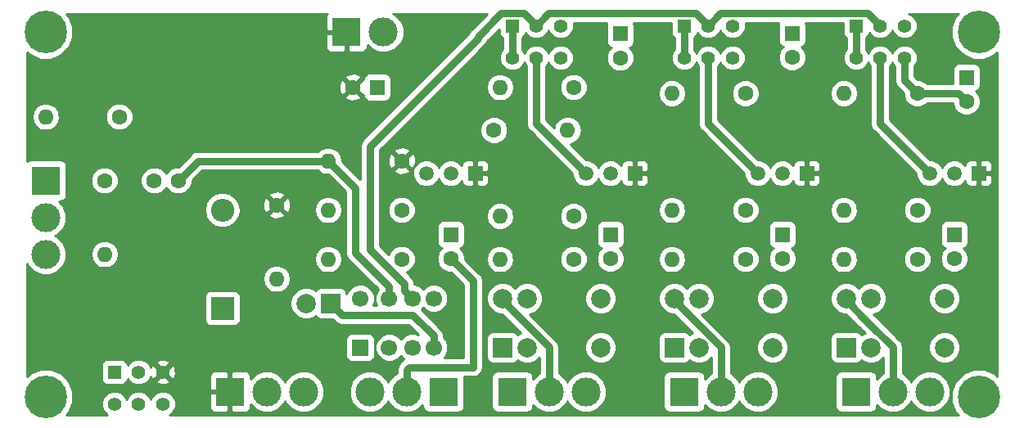
<source format=gbr>
G04 #@! TF.GenerationSoftware,KiCad,Pcbnew,(5.0.1-3-g963ef8bb5)*
G04 #@! TF.CreationDate,2019-03-03T19:22:14-08:00*
G04 #@! TF.ProjectId,Multi-out-Buffer,4D756C74692D6F75742D427566666572,rev?*
G04 #@! TF.SameCoordinates,Original*
G04 #@! TF.FileFunction,Copper,L2,Bot,Signal*
G04 #@! TF.FilePolarity,Positive*
%FSLAX46Y46*%
G04 Gerber Fmt 4.6, Leading zero omitted, Abs format (unit mm)*
G04 Created by KiCad (PCBNEW (5.0.1-3-g963ef8bb5)) date Sunday, March 03, 2019 at 07:22:14 PM*
%MOMM*%
%LPD*%
G01*
G04 APERTURE LIST*
G04 #@! TA.AperFunction,ComponentPad*
%ADD10C,2.999740*%
G04 #@! TD*
G04 #@! TA.AperFunction,ComponentPad*
%ADD11R,2.999740X2.999740*%
G04 #@! TD*
G04 #@! TA.AperFunction,ComponentPad*
%ADD12C,4.400000*%
G04 #@! TD*
G04 #@! TA.AperFunction,ComponentPad*
%ADD13R,1.520000X1.520000*%
G04 #@! TD*
G04 #@! TA.AperFunction,ComponentPad*
%ADD14C,1.520000*%
G04 #@! TD*
G04 #@! TA.AperFunction,ComponentPad*
%ADD15R,1.400000X1.400000*%
G04 #@! TD*
G04 #@! TA.AperFunction,ComponentPad*
%ADD16C,1.400000*%
G04 #@! TD*
G04 #@! TA.AperFunction,ComponentPad*
%ADD17O,2.400000X2.400000*%
G04 #@! TD*
G04 #@! TA.AperFunction,ComponentPad*
%ADD18R,2.400000X2.400000*%
G04 #@! TD*
G04 #@! TA.AperFunction,ComponentPad*
%ADD19C,1.600000*%
G04 #@! TD*
G04 #@! TA.AperFunction,ComponentPad*
%ADD20R,1.600000X1.600000*%
G04 #@! TD*
G04 #@! TA.AperFunction,ComponentPad*
%ADD21O,1.600000X1.600000*%
G04 #@! TD*
G04 #@! TA.AperFunction,ComponentPad*
%ADD22C,1.700000*%
G04 #@! TD*
G04 #@! TA.AperFunction,ComponentPad*
%ADD23R,1.700000X1.700000*%
G04 #@! TD*
G04 #@! TA.AperFunction,ComponentPad*
%ADD24C,2.000000*%
G04 #@! TD*
G04 #@! TA.AperFunction,ComponentPad*
%ADD25R,2.000000X2.000000*%
G04 #@! TD*
G04 #@! TA.AperFunction,Conductor*
%ADD26C,0.750000*%
G04 #@! TD*
G04 #@! TA.AperFunction,Conductor*
%ADD27C,0.254000*%
G04 #@! TD*
G04 APERTURE END LIST*
D10*
G04 #@! TO.P,J5,3*
G04 #@! TO.N,GND*
X129540000Y-126492000D03*
G04 #@! TO.P,J5,2*
G04 #@! TO.N,Net-(C1-Pad2)*
X129540000Y-122682000D03*
D11*
G04 #@! TO.P,J5,1*
G04 #@! TO.N,Net-(J5-Pad1)*
X129540000Y-118872000D03*
G04 #@! TD*
D12*
G04 #@! TO.P,J9,1*
G04 #@! TO.N,N/C*
X226060000Y-141224000D03*
G04 #@! TD*
G04 #@! TO.P,J8,1*
G04 #@! TO.N,N/C*
X129540000Y-141224000D03*
G04 #@! TD*
D13*
G04 #@! TO.P,Q1,1*
G04 #@! TO.N,+9V*
X173990000Y-118110000D03*
D14*
G04 #@! TO.P,Q1,3*
G04 #@! TO.N,Net-(C1-Pad1)*
X168910000Y-118110000D03*
G04 #@! TO.P,Q1,2*
G04 #@! TO.N,Net-(C2-Pad1)*
X171450000Y-118110000D03*
G04 #@! TD*
D15*
G04 #@! TO.P,SW2,1*
G04 #@! TO.N,Net-(SW2-Pad1)*
X177800000Y-102870000D03*
D16*
G04 #@! TO.P,SW2,2*
G04 #@! TO.N,Net-(K2-Pad6)*
X180300000Y-102870000D03*
G04 #@! TO.P,SW2,3*
G04 #@! TO.N,Net-(C7-Pad1)*
X182800000Y-102870000D03*
G04 #@! TO.P,SW2,4*
G04 #@! TO.N,Net-(SW2-Pad1)*
X177800000Y-106170000D03*
G04 #@! TO.P,SW2,5*
G04 #@! TO.N,Net-(Q2-Pad3)*
X180300000Y-106170000D03*
G04 #@! TO.P,SW2,6*
G04 #@! TO.N,Net-(C7-Pad2)*
X182800000Y-106170000D03*
G04 #@! TD*
D13*
G04 #@! TO.P,Q3,1*
G04 #@! TO.N,+9V*
X208280000Y-118110000D03*
D14*
G04 #@! TO.P,Q3,3*
G04 #@! TO.N,Net-(Q3-Pad3)*
X203200000Y-118110000D03*
G04 #@! TO.P,Q3,2*
G04 #@! TO.N,Net-(C5-Pad1)*
X205740000Y-118110000D03*
G04 #@! TD*
G04 #@! TO.P,Q4,2*
G04 #@! TO.N,Net-(C4-Pad1)*
X223520000Y-118110000D03*
G04 #@! TO.P,Q4,3*
G04 #@! TO.N,Net-(Q4-Pad3)*
X220980000Y-118110000D03*
D13*
G04 #@! TO.P,Q4,1*
G04 #@! TO.N,+9V*
X226060000Y-118110000D03*
G04 #@! TD*
D14*
G04 #@! TO.P,Q2,2*
G04 #@! TO.N,Net-(C3-Pad1)*
X187960000Y-118110000D03*
G04 #@! TO.P,Q2,3*
G04 #@! TO.N,Net-(Q2-Pad3)*
X185420000Y-118110000D03*
D13*
G04 #@! TO.P,Q2,1*
G04 #@! TO.N,+9V*
X190500000Y-118110000D03*
G04 #@! TD*
D16*
G04 #@! TO.P,SW1,6*
G04 #@! TO.N,N/C*
X141652000Y-141984000D03*
G04 #@! TO.P,SW1,5*
X139152000Y-141984000D03*
G04 #@! TO.P,SW1,4*
X136652000Y-141984000D03*
G04 #@! TO.P,SW1,3*
G04 #@! TO.N,+9V*
X141652000Y-138684000D03*
G04 #@! TO.P,SW1,2*
G04 #@! TO.N,Net-(D2-Pad1)*
X139152000Y-138684000D03*
D15*
G04 #@! TO.P,SW1,1*
G04 #@! TO.N,Net-(SW1-Pad1)*
X136652000Y-138684000D03*
G04 #@! TD*
D17*
G04 #@! TO.P,D2,2*
G04 #@! TO.N,GND*
X147828000Y-121920000D03*
D18*
G04 #@! TO.P,D2,1*
G04 #@! TO.N,Net-(D2-Pad1)*
X147828000Y-132080000D03*
G04 #@! TD*
D19*
G04 #@! TO.P,C2,2*
G04 #@! TO.N,Net-(C2-Pad2)*
X171450000Y-126960000D03*
D20*
G04 #@! TO.P,C2,1*
G04 #@! TO.N,Net-(C2-Pad1)*
X171450000Y-124460000D03*
G04 #@! TD*
G04 #@! TO.P,C3,1*
G04 #@! TO.N,Net-(C3-Pad1)*
X187960000Y-124460000D03*
D19*
G04 #@! TO.P,C3,2*
G04 #@! TO.N,Net-(C3-Pad2)*
X187960000Y-126960000D03*
G04 #@! TD*
G04 #@! TO.P,C4,2*
G04 #@! TO.N,Net-(C4-Pad2)*
X223520000Y-126960000D03*
D20*
G04 #@! TO.P,C4,1*
G04 #@! TO.N,Net-(C4-Pad1)*
X223520000Y-124460000D03*
G04 #@! TD*
D19*
G04 #@! TO.P,C5,2*
G04 #@! TO.N,Net-(C5-Pad2)*
X205740000Y-126960000D03*
D20*
G04 #@! TO.P,C5,1*
G04 #@! TO.N,Net-(C5-Pad1)*
X205740000Y-124460000D03*
G04 #@! TD*
D11*
G04 #@! TO.P,J1,1*
G04 #@! TO.N,Net-(J1-Pad1)*
X170688000Y-140716000D03*
D10*
G04 #@! TO.P,J1,2*
G04 #@! TO.N,Net-(C2-Pad2)*
X166878000Y-140716000D03*
G04 #@! TO.P,J1,3*
G04 #@! TO.N,GND*
X163068000Y-140716000D03*
G04 #@! TD*
D11*
G04 #@! TO.P,J2,1*
G04 #@! TO.N,Net-(J2-Pad1)*
X177800000Y-140716000D03*
D10*
G04 #@! TO.P,J2,2*
G04 #@! TO.N,Net-(C3-Pad2)*
X181610000Y-140716000D03*
G04 #@! TO.P,J2,3*
G04 #@! TO.N,GND*
X185420000Y-140716000D03*
G04 #@! TD*
D11*
G04 #@! TO.P,J3,1*
G04 #@! TO.N,Net-(J3-Pad1)*
X195580000Y-140716000D03*
D10*
G04 #@! TO.P,J3,2*
G04 #@! TO.N,Net-(C5-Pad2)*
X199390000Y-140716000D03*
G04 #@! TO.P,J3,3*
G04 #@! TO.N,GND*
X203200000Y-140716000D03*
G04 #@! TD*
G04 #@! TO.P,J4,3*
G04 #@! TO.N,GND*
X220980000Y-140716000D03*
G04 #@! TO.P,J4,2*
G04 #@! TO.N,Net-(C4-Pad2)*
X217170000Y-140716000D03*
D11*
G04 #@! TO.P,J4,1*
G04 #@! TO.N,Net-(J4-Pad1)*
X213360000Y-140716000D03*
G04 #@! TD*
D10*
G04 #@! TO.P,J6,3*
G04 #@! TO.N,N/C*
X156210000Y-140716000D03*
G04 #@! TO.P,J6,2*
G04 #@! TO.N,Net-(D2-Pad1)*
X152400000Y-140716000D03*
D11*
G04 #@! TO.P,J6,1*
G04 #@! TO.N,+9V*
X148590000Y-140716000D03*
G04 #@! TD*
D21*
G04 #@! TO.P,R1,2*
G04 #@! TO.N,GND*
X135636000Y-126492000D03*
D19*
G04 #@! TO.P,R1,1*
G04 #@! TO.N,Net-(C1-Pad2)*
X135636000Y-118872000D03*
G04 #@! TD*
G04 #@! TO.P,R3,1*
G04 #@! TO.N,Net-(C1-Pad1)*
X175895000Y-113665000D03*
D21*
G04 #@! TO.P,R3,2*
G04 #@! TO.N,GND*
X183515000Y-113665000D03*
G04 #@! TD*
G04 #@! TO.P,R4,2*
G04 #@! TO.N,GND*
X158750000Y-121920000D03*
D19*
G04 #@! TO.P,R4,1*
G04 #@! TO.N,Net-(C2-Pad1)*
X166370000Y-121920000D03*
G04 #@! TD*
G04 #@! TO.P,R5,1*
G04 #@! TO.N,Net-(C2-Pad2)*
X166370000Y-127000000D03*
D21*
G04 #@! TO.P,R5,2*
G04 #@! TO.N,GND*
X158750000Y-127000000D03*
G04 #@! TD*
D19*
G04 #@! TO.P,R6,1*
G04 #@! TO.N,Net-(C3-Pad1)*
X184150000Y-122555000D03*
D21*
G04 #@! TO.P,R6,2*
G04 #@! TO.N,GND*
X176530000Y-122555000D03*
G04 #@! TD*
G04 #@! TO.P,R7,2*
G04 #@! TO.N,GND*
X176530000Y-127000000D03*
D19*
G04 #@! TO.P,R7,1*
G04 #@! TO.N,Net-(C3-Pad2)*
X184150000Y-127000000D03*
G04 #@! TD*
D21*
G04 #@! TO.P,R8,2*
G04 #@! TO.N,GND*
X212090000Y-121920000D03*
D19*
G04 #@! TO.P,R8,1*
G04 #@! TO.N,Net-(C4-Pad1)*
X219710000Y-121920000D03*
G04 #@! TD*
D21*
G04 #@! TO.P,R9,2*
G04 #@! TO.N,GND*
X194310000Y-121920000D03*
D19*
G04 #@! TO.P,R9,1*
G04 #@! TO.N,Net-(C5-Pad1)*
X201930000Y-121920000D03*
G04 #@! TD*
G04 #@! TO.P,R10,1*
G04 #@! TO.N,Net-(C4-Pad2)*
X219710000Y-127000000D03*
D21*
G04 #@! TO.P,R10,2*
G04 #@! TO.N,GND*
X212090000Y-127000000D03*
G04 #@! TD*
D19*
G04 #@! TO.P,R11,1*
G04 #@! TO.N,Net-(C5-Pad2)*
X201930000Y-127000000D03*
D21*
G04 #@! TO.P,R11,2*
G04 #@! TO.N,GND*
X194310000Y-127000000D03*
G04 #@! TD*
D19*
G04 #@! TO.P,R12,1*
G04 #@! TO.N,GND*
X137160000Y-112268000D03*
D21*
G04 #@! TO.P,R12,2*
G04 #@! TO.N,Net-(J5-Pad1)*
X129540000Y-112268000D03*
G04 #@! TD*
G04 #@! TO.P,R13,2*
G04 #@! TO.N,Net-(D1-Pad2)*
X153416000Y-129032000D03*
D19*
G04 #@! TO.P,R13,1*
G04 #@! TO.N,+9V*
X153416000Y-121412000D03*
G04 #@! TD*
G04 #@! TO.P,R2,1*
G04 #@! TO.N,+9V*
X166370000Y-116840000D03*
D21*
G04 #@! TO.P,R2,2*
G04 #@! TO.N,Net-(C1-Pad1)*
X158750000Y-116840000D03*
G04 #@! TD*
D11*
G04 #@! TO.P,J7,1*
G04 #@! TO.N,+9V*
X160655000Y-103505000D03*
D10*
G04 #@! TO.P,J7,2*
G04 #@! TO.N,GND*
X164465000Y-103505000D03*
G04 #@! TD*
D12*
G04 #@! TO.P,J8,1*
G04 #@! TO.N,N/C*
X129540000Y-103505000D03*
G04 #@! TD*
G04 #@! TO.P,J9,1*
G04 #@! TO.N,N/C*
X226060000Y-103505000D03*
G04 #@! TD*
D19*
G04 #@! TO.P,C6,2*
G04 #@! TO.N,+9V*
X161330000Y-109220000D03*
D20*
G04 #@! TO.P,C6,1*
G04 #@! TO.N,GND*
X163830000Y-109220000D03*
G04 #@! TD*
D19*
G04 #@! TO.P,R14,1*
G04 #@! TO.N,Net-(C7-Pad2)*
X184150000Y-109220000D03*
D21*
G04 #@! TO.P,R14,2*
G04 #@! TO.N,GND*
X176530000Y-109220000D03*
G04 #@! TD*
G04 #@! TO.P,R15,2*
G04 #@! TO.N,GND*
X212090000Y-109855000D03*
D19*
G04 #@! TO.P,R15,1*
G04 #@! TO.N,Net-(C8-Pad2)*
X219710000Y-109855000D03*
G04 #@! TD*
G04 #@! TO.P,R16,1*
G04 #@! TO.N,Net-(C9-Pad2)*
X201930000Y-109855000D03*
D21*
G04 #@! TO.P,R16,2*
G04 #@! TO.N,GND*
X194310000Y-109855000D03*
G04 #@! TD*
D15*
G04 #@! TO.P,SW3,1*
G04 #@! TO.N,Net-(SW3-Pad1)*
X195580000Y-102870000D03*
D16*
G04 #@! TO.P,SW3,2*
G04 #@! TO.N,Net-(K2-Pad6)*
X198080000Y-102870000D03*
G04 #@! TO.P,SW3,3*
G04 #@! TO.N,Net-(C9-Pad1)*
X200580000Y-102870000D03*
G04 #@! TO.P,SW3,4*
G04 #@! TO.N,Net-(SW3-Pad1)*
X195580000Y-106170000D03*
G04 #@! TO.P,SW3,5*
G04 #@! TO.N,Net-(Q3-Pad3)*
X198080000Y-106170000D03*
G04 #@! TO.P,SW3,6*
G04 #@! TO.N,Net-(C9-Pad2)*
X200580000Y-106170000D03*
G04 #@! TD*
G04 #@! TO.P,SW4,6*
G04 #@! TO.N,Net-(C8-Pad2)*
X218360000Y-106170000D03*
G04 #@! TO.P,SW4,5*
G04 #@! TO.N,Net-(Q4-Pad3)*
X215860000Y-106170000D03*
G04 #@! TO.P,SW4,4*
G04 #@! TO.N,Net-(SW4-Pad1)*
X213360000Y-106170000D03*
G04 #@! TO.P,SW4,3*
G04 #@! TO.N,Net-(C8-Pad1)*
X218360000Y-102870000D03*
G04 #@! TO.P,SW4,2*
G04 #@! TO.N,Net-(K2-Pad6)*
X215860000Y-102870000D03*
D15*
G04 #@! TO.P,SW4,1*
G04 #@! TO.N,Net-(SW4-Pad1)*
X213360000Y-102870000D03*
G04 #@! TD*
D19*
G04 #@! TO.P,C1,1*
G04 #@! TO.N,Net-(C1-Pad1)*
X143256000Y-118872000D03*
G04 #@! TO.P,C1,2*
G04 #@! TO.N,Net-(C1-Pad2)*
X140756000Y-118872000D03*
G04 #@! TD*
D22*
G04 #@! TO.P,K2,8*
G04 #@! TO.N,GND*
X162072000Y-131064000D03*
G04 #@! TO.P,K2,7*
G04 #@! TO.N,Net-(C1-Pad1)*
X165072000Y-131064000D03*
G04 #@! TO.P,K2,6*
G04 #@! TO.N,Net-(K2-Pad6)*
X167472000Y-131064000D03*
G04 #@! TO.P,K2,5*
G04 #@! TO.N,GND*
X169672000Y-131064000D03*
G04 #@! TO.P,K2,4*
G04 #@! TO.N,Net-(D1-Pad1)*
X169672000Y-136144000D03*
G04 #@! TO.P,K2,3*
G04 #@! TO.N,GND*
X167472000Y-136144000D03*
G04 #@! TO.P,K2,2*
G04 #@! TO.N,Net-(K2-Pad2)*
X165072000Y-136144000D03*
D23*
G04 #@! TO.P,K2,1*
G04 #@! TO.N,Net-(D2-Pad1)*
X162072000Y-136144000D03*
G04 #@! TD*
D20*
G04 #@! TO.P,C7,1*
G04 #@! TO.N,Net-(C7-Pad1)*
X188976000Y-103672000D03*
D19*
G04 #@! TO.P,C7,2*
G04 #@! TO.N,Net-(C7-Pad2)*
X188976000Y-106172000D03*
G04 #@! TD*
D20*
G04 #@! TO.P,C8,1*
G04 #@! TO.N,Net-(C8-Pad1)*
X224790000Y-108204000D03*
D19*
G04 #@! TO.P,C8,2*
G04 #@! TO.N,Net-(C8-Pad2)*
X224790000Y-110704000D03*
G04 #@! TD*
G04 #@! TO.P,C9,2*
G04 #@! TO.N,Net-(C9-Pad2)*
X206756000Y-106132000D03*
D20*
G04 #@! TO.P,C9,1*
G04 #@! TO.N,Net-(C9-Pad1)*
X206756000Y-103632000D03*
G04 #@! TD*
D24*
G04 #@! TO.P,K1,10*
G04 #@! TO.N,Net-(C3-Pad2)*
X176784000Y-131064000D03*
G04 #@! TO.P,K1,9*
G04 #@! TO.N,GND*
X179324000Y-131064000D03*
D25*
G04 #@! TO.P,K1,1*
G04 #@! TO.N,Net-(K1-Pad1)*
X176784000Y-136144000D03*
D24*
G04 #@! TO.P,K1,2*
G04 #@! TO.N,Net-(D2-Pad1)*
X179324000Y-136144000D03*
G04 #@! TO.P,K1,6*
G04 #@! TO.N,GND*
X186944000Y-131064000D03*
G04 #@! TO.P,K1,5*
X186944000Y-136144000D03*
G04 #@! TD*
G04 #@! TO.P,K3,10*
G04 #@! TO.N,Net-(C5-Pad2)*
X194564000Y-131064000D03*
G04 #@! TO.P,K3,9*
G04 #@! TO.N,GND*
X197104000Y-131064000D03*
D25*
G04 #@! TO.P,K3,1*
G04 #@! TO.N,Net-(K3-Pad1)*
X194564000Y-136144000D03*
D24*
G04 #@! TO.P,K3,2*
G04 #@! TO.N,Net-(D2-Pad1)*
X197104000Y-136144000D03*
G04 #@! TO.P,K3,6*
G04 #@! TO.N,GND*
X204724000Y-131064000D03*
G04 #@! TO.P,K3,5*
X204724000Y-136144000D03*
G04 #@! TD*
G04 #@! TO.P,K4,5*
G04 #@! TO.N,GND*
X222504000Y-136144000D03*
G04 #@! TO.P,K4,6*
X222504000Y-131064000D03*
G04 #@! TO.P,K4,2*
G04 #@! TO.N,Net-(D2-Pad1)*
X214884000Y-136144000D03*
D25*
G04 #@! TO.P,K4,1*
G04 #@! TO.N,Net-(K4-Pad1)*
X212344000Y-136144000D03*
D24*
G04 #@! TO.P,K4,9*
G04 #@! TO.N,GND*
X214884000Y-131064000D03*
G04 #@! TO.P,K4,10*
G04 #@! TO.N,Net-(C4-Pad2)*
X212344000Y-131064000D03*
G04 #@! TD*
G04 #@! TO.P,D1,2*
G04 #@! TO.N,Net-(D1-Pad2)*
X156464000Y-131572000D03*
D25*
G04 #@! TO.P,D1,1*
G04 #@! TO.N,Net-(D1-Pad1)*
X159004000Y-131572000D03*
G04 #@! TD*
D26*
G04 #@! TO.N,Net-(C1-Pad1)*
X165072000Y-129861919D02*
X161544000Y-126333919D01*
X165072000Y-131064000D02*
X165072000Y-129861919D01*
X161544000Y-119634000D02*
X158750000Y-116840000D01*
X161544000Y-126333919D02*
X161544000Y-119634000D01*
X145288000Y-116840000D02*
X158750000Y-116840000D01*
X143256000Y-118872000D02*
X145288000Y-116840000D01*
G04 #@! TO.N,Net-(C2-Pad2)*
X173736000Y-129246000D02*
X171450000Y-126960000D01*
X167132000Y-138176000D02*
X173736000Y-138176000D01*
X173736000Y-138176000D02*
X173736000Y-129246000D01*
X166878000Y-138430000D02*
X167132000Y-138176000D01*
X166878000Y-140716000D02*
X166878000Y-138430000D01*
G04 #@! TO.N,Net-(C3-Pad2)*
X176784000Y-131299002D02*
X181610000Y-136125002D01*
X176784000Y-131064000D02*
X176784000Y-131299002D01*
X181610000Y-140716000D02*
X181610000Y-136125002D01*
G04 #@! TO.N,Net-(C4-Pad2)*
X212344000Y-131299002D02*
X214648998Y-133604000D01*
X212344000Y-131064000D02*
X212344000Y-131299002D01*
X214648998Y-133604000D02*
X214675002Y-133604000D01*
X214675002Y-133604000D02*
X217170000Y-136098998D01*
X217170000Y-140716000D02*
X217170000Y-136098998D01*
G04 #@! TO.N,Net-(C5-Pad2)*
X199390000Y-138594864D02*
X199390000Y-140716000D01*
X199390000Y-136125002D02*
X199390000Y-138594864D01*
X194564000Y-131299002D02*
X199390000Y-136125002D01*
X194564000Y-131064000D02*
X194564000Y-131299002D01*
G04 #@! TO.N,Net-(D1-Pad1)*
X169672000Y-134941919D02*
X169672000Y-136144000D01*
X167519082Y-132789001D02*
X169672000Y-134941919D01*
X160221001Y-132789001D02*
X167519082Y-132789001D01*
X159004000Y-131572000D02*
X160221001Y-132789001D01*
G04 #@! TO.N,Net-(K2-Pad6)*
X197380001Y-102170001D02*
X198080000Y-102870000D01*
X196804999Y-101594999D02*
X197380001Y-102170001D01*
X181575001Y-101594999D02*
X196804999Y-101594999D01*
X180300000Y-102870000D02*
X181575001Y-101594999D01*
X215160001Y-102170001D02*
X215860000Y-102870000D01*
X214584999Y-101594999D02*
X215160001Y-102170001D01*
X199355001Y-101594999D02*
X214584999Y-101594999D01*
X198080000Y-102870000D02*
X199355001Y-101594999D01*
X179600001Y-102170001D02*
X180300000Y-102870000D01*
X176639999Y-101594999D02*
X179024999Y-101594999D01*
X174244000Y-104140000D02*
X174244000Y-103990998D01*
X179024999Y-101594999D02*
X179600001Y-102170001D01*
X163068000Y-115316000D02*
X174244000Y-104140000D01*
X163068000Y-125984000D02*
X163068000Y-115316000D01*
X166622001Y-129538001D02*
X163068000Y-125984000D01*
X174244000Y-103990998D02*
X176639999Y-101594999D01*
X166622001Y-130214001D02*
X166622001Y-129538001D01*
X167472000Y-131064000D02*
X166622001Y-130214001D01*
G04 #@! TO.N,Net-(C8-Pad2)*
X218360000Y-108505000D02*
X219710000Y-109855000D01*
X218360000Y-106170000D02*
X218360000Y-108505000D01*
X223941000Y-109855000D02*
X224790000Y-110704000D01*
X219710000Y-109855000D02*
X223941000Y-109855000D01*
G04 #@! TO.N,Net-(Q2-Pad3)*
X180300000Y-112990000D02*
X185420000Y-118110000D01*
X180300000Y-106170000D02*
X180300000Y-112990000D01*
G04 #@! TO.N,Net-(Q3-Pad3)*
X198080000Y-112990000D02*
X203200000Y-118110000D01*
X198080000Y-106170000D02*
X198080000Y-112990000D01*
G04 #@! TO.N,Net-(Q4-Pad3)*
X215860000Y-112990000D02*
X220980000Y-118110000D01*
X215860000Y-106170000D02*
X215860000Y-112990000D01*
G04 #@! TO.N,Net-(SW2-Pad1)*
X177800000Y-106170000D02*
X177800000Y-102870000D01*
G04 #@! TO.N,Net-(SW3-Pad1)*
X195580000Y-106170000D02*
X195580000Y-102870000D01*
G04 #@! TO.N,Net-(SW4-Pad1)*
X213360000Y-106170000D02*
X213360000Y-102870000D01*
G04 #@! TD*
D27*
G04 #@! TO.N,+9V*
G36*
X158616803Y-101645431D02*
X158520130Y-101878820D01*
X158520130Y-103219250D01*
X158678880Y-103378000D01*
X160528000Y-103378000D01*
X160528000Y-103358000D01*
X160782000Y-103358000D01*
X160782000Y-103378000D01*
X160802000Y-103378000D01*
X160802000Y-103632000D01*
X160782000Y-103632000D01*
X160782000Y-105481120D01*
X160940750Y-105639870D01*
X162281179Y-105639870D01*
X162514568Y-105543197D01*
X162693197Y-105364569D01*
X162789870Y-105131180D01*
X162789870Y-104849033D01*
X163255693Y-105314856D01*
X164040348Y-105639870D01*
X164889652Y-105639870D01*
X165674307Y-105314856D01*
X166274856Y-104714307D01*
X166599870Y-103929652D01*
X166599870Y-103080348D01*
X166274856Y-102295693D01*
X165674307Y-101695144D01*
X165445816Y-101600500D01*
X175206143Y-101600500D01*
X173600162Y-103206481D01*
X173515831Y-103262829D01*
X173292601Y-103596916D01*
X173276181Y-103679463D01*
X162424161Y-114531484D01*
X162339832Y-114587831D01*
X162283485Y-114672160D01*
X162283482Y-114672163D01*
X162116602Y-114921918D01*
X162038214Y-115316000D01*
X162058001Y-115415476D01*
X162058001Y-118719645D01*
X160207346Y-116868991D01*
X160213113Y-116840000D01*
X160101740Y-116280091D01*
X159784577Y-115805423D01*
X159309909Y-115488260D01*
X158891333Y-115405000D01*
X158608667Y-115405000D01*
X158190091Y-115488260D01*
X157715423Y-115805423D01*
X157699001Y-115830000D01*
X145387471Y-115830000D01*
X145288000Y-115810214D01*
X145188529Y-115830000D01*
X145188524Y-115830000D01*
X144893918Y-115888601D01*
X144893916Y-115888602D01*
X144893917Y-115888602D01*
X144644162Y-116055482D01*
X144644160Y-116055484D01*
X144559831Y-116111831D01*
X144503484Y-116196160D01*
X143262645Y-117437000D01*
X142970561Y-117437000D01*
X142443138Y-117655466D01*
X142039466Y-118059138D01*
X142006000Y-118139932D01*
X141972534Y-118059138D01*
X141568862Y-117655466D01*
X141041439Y-117437000D01*
X140470561Y-117437000D01*
X139943138Y-117655466D01*
X139539466Y-118059138D01*
X139321000Y-118586561D01*
X139321000Y-119157439D01*
X139539466Y-119684862D01*
X139943138Y-120088534D01*
X140470561Y-120307000D01*
X141041439Y-120307000D01*
X141568862Y-120088534D01*
X141972534Y-119684862D01*
X142006000Y-119604068D01*
X142039466Y-119684862D01*
X142443138Y-120088534D01*
X142970561Y-120307000D01*
X143541439Y-120307000D01*
X144068862Y-120088534D01*
X144472534Y-119684862D01*
X144691000Y-119157439D01*
X144691000Y-118865355D01*
X145706356Y-117850000D01*
X157699001Y-117850000D01*
X157715423Y-117874577D01*
X158190091Y-118191740D01*
X158608667Y-118275000D01*
X158756645Y-118275000D01*
X160534001Y-120052357D01*
X160534000Y-126234448D01*
X160514214Y-126333919D01*
X160534000Y-126433390D01*
X160534000Y-126433394D01*
X160592601Y-126728000D01*
X160815831Y-127062088D01*
X160900163Y-127118437D01*
X163908809Y-130127084D01*
X163813078Y-130222815D01*
X163587000Y-130768615D01*
X163587000Y-131359385D01*
X163760811Y-131779001D01*
X163383189Y-131779001D01*
X163557000Y-131359385D01*
X163557000Y-130768615D01*
X163330922Y-130222815D01*
X162913185Y-129805078D01*
X162367385Y-129579000D01*
X161776615Y-129579000D01*
X161230815Y-129805078D01*
X160813078Y-130222815D01*
X160651440Y-130613043D01*
X160651440Y-130572000D01*
X160602157Y-130324235D01*
X160461809Y-130114191D01*
X160251765Y-129973843D01*
X160004000Y-129924560D01*
X158004000Y-129924560D01*
X157756235Y-129973843D01*
X157546191Y-130114191D01*
X157454962Y-130250723D01*
X157390153Y-130185914D01*
X156789222Y-129937000D01*
X156138778Y-129937000D01*
X155537847Y-130185914D01*
X155077914Y-130645847D01*
X154829000Y-131246778D01*
X154829000Y-131897222D01*
X155077914Y-132498153D01*
X155537847Y-132958086D01*
X156138778Y-133207000D01*
X156789222Y-133207000D01*
X157390153Y-132958086D01*
X157454962Y-132893277D01*
X157546191Y-133029809D01*
X157756235Y-133170157D01*
X158004000Y-133219440D01*
X159223085Y-133219440D01*
X159436483Y-133432838D01*
X159492832Y-133517170D01*
X159826919Y-133740400D01*
X160121525Y-133799001D01*
X160121529Y-133799001D01*
X160221000Y-133818787D01*
X160320471Y-133799001D01*
X167100727Y-133799001D01*
X168097438Y-134795713D01*
X167767385Y-134659000D01*
X167176615Y-134659000D01*
X166630815Y-134885078D01*
X166272000Y-135243893D01*
X165913185Y-134885078D01*
X165367385Y-134659000D01*
X164776615Y-134659000D01*
X164230815Y-134885078D01*
X163813078Y-135302815D01*
X163587000Y-135848615D01*
X163587000Y-136439385D01*
X163813078Y-136985185D01*
X164230815Y-137402922D01*
X164776615Y-137629000D01*
X165367385Y-137629000D01*
X165913185Y-137402922D01*
X166272000Y-137044107D01*
X166566819Y-137338926D01*
X166403831Y-137447831D01*
X166347481Y-137532165D01*
X166234162Y-137645484D01*
X166149832Y-137701831D01*
X166093485Y-137786160D01*
X166093482Y-137786163D01*
X165926602Y-138035918D01*
X165848214Y-138430000D01*
X165868001Y-138529475D01*
X165868001Y-138823588D01*
X165668693Y-138906144D01*
X165068144Y-139506693D01*
X164973000Y-139736391D01*
X164877856Y-139506693D01*
X164277307Y-138906144D01*
X163492652Y-138581130D01*
X162643348Y-138581130D01*
X161858693Y-138906144D01*
X161258144Y-139506693D01*
X160933130Y-140291348D01*
X160933130Y-141140652D01*
X161258144Y-141925307D01*
X161858693Y-142525856D01*
X162643348Y-142850870D01*
X163492652Y-142850870D01*
X164277307Y-142525856D01*
X164877856Y-141925307D01*
X164973000Y-141695609D01*
X165068144Y-141925307D01*
X165668693Y-142525856D01*
X166453348Y-142850870D01*
X167302652Y-142850870D01*
X168087307Y-142525856D01*
X168540690Y-142072473D01*
X168540690Y-142215870D01*
X168589973Y-142463635D01*
X168730321Y-142673679D01*
X168940365Y-142814027D01*
X169188130Y-142863310D01*
X172187870Y-142863310D01*
X172435635Y-142814027D01*
X172645679Y-142673679D01*
X172786027Y-142463635D01*
X172835310Y-142215870D01*
X172835310Y-139216130D01*
X172829317Y-139186000D01*
X173636524Y-139186000D01*
X173736000Y-139205787D01*
X173835475Y-139186000D01*
X173835476Y-139186000D01*
X174130082Y-139127399D01*
X174464169Y-138904169D01*
X174687399Y-138570082D01*
X174765787Y-138176000D01*
X174746000Y-138076524D01*
X174746000Y-135144000D01*
X175136560Y-135144000D01*
X175136560Y-137144000D01*
X175185843Y-137391765D01*
X175326191Y-137601809D01*
X175536235Y-137742157D01*
X175784000Y-137791440D01*
X177784000Y-137791440D01*
X178031765Y-137742157D01*
X178241809Y-137601809D01*
X178333038Y-137465277D01*
X178397847Y-137530086D01*
X178998778Y-137779000D01*
X179649222Y-137779000D01*
X180250153Y-137530086D01*
X180600001Y-137180238D01*
X180600000Y-138823588D01*
X180400693Y-138906144D01*
X179947310Y-139359527D01*
X179947310Y-139216130D01*
X179898027Y-138968365D01*
X179757679Y-138758321D01*
X179547635Y-138617973D01*
X179299870Y-138568690D01*
X176300130Y-138568690D01*
X176052365Y-138617973D01*
X175842321Y-138758321D01*
X175701973Y-138968365D01*
X175652690Y-139216130D01*
X175652690Y-142215870D01*
X175701973Y-142463635D01*
X175842321Y-142673679D01*
X176052365Y-142814027D01*
X176300130Y-142863310D01*
X179299870Y-142863310D01*
X179547635Y-142814027D01*
X179757679Y-142673679D01*
X179898027Y-142463635D01*
X179947310Y-142215870D01*
X179947310Y-142072473D01*
X180400693Y-142525856D01*
X181185348Y-142850870D01*
X182034652Y-142850870D01*
X182819307Y-142525856D01*
X183419856Y-141925307D01*
X183515000Y-141695609D01*
X183610144Y-141925307D01*
X184210693Y-142525856D01*
X184995348Y-142850870D01*
X185844652Y-142850870D01*
X186629307Y-142525856D01*
X187229856Y-141925307D01*
X187554870Y-141140652D01*
X187554870Y-140291348D01*
X187229856Y-139506693D01*
X186629307Y-138906144D01*
X185844652Y-138581130D01*
X184995348Y-138581130D01*
X184210693Y-138906144D01*
X183610144Y-139506693D01*
X183515000Y-139736391D01*
X183419856Y-139506693D01*
X182819307Y-138906144D01*
X182620000Y-138823589D01*
X182620000Y-136224473D01*
X182639786Y-136125002D01*
X182620000Y-136025531D01*
X182620000Y-136025526D01*
X182578876Y-135818778D01*
X185309000Y-135818778D01*
X185309000Y-136469222D01*
X185557914Y-137070153D01*
X186017847Y-137530086D01*
X186618778Y-137779000D01*
X187269222Y-137779000D01*
X187870153Y-137530086D01*
X188330086Y-137070153D01*
X188579000Y-136469222D01*
X188579000Y-135818778D01*
X188330086Y-135217847D01*
X188256239Y-135144000D01*
X192916560Y-135144000D01*
X192916560Y-137144000D01*
X192965843Y-137391765D01*
X193106191Y-137601809D01*
X193316235Y-137742157D01*
X193564000Y-137791440D01*
X195564000Y-137791440D01*
X195811765Y-137742157D01*
X196021809Y-137601809D01*
X196113038Y-137465277D01*
X196177847Y-137530086D01*
X196778778Y-137779000D01*
X197429222Y-137779000D01*
X198030153Y-137530086D01*
X198380000Y-137180239D01*
X198380001Y-138495384D01*
X198380000Y-138495389D01*
X198380000Y-138823588D01*
X198180693Y-138906144D01*
X197727310Y-139359527D01*
X197727310Y-139216130D01*
X197678027Y-138968365D01*
X197537679Y-138758321D01*
X197327635Y-138617973D01*
X197079870Y-138568690D01*
X194080130Y-138568690D01*
X193832365Y-138617973D01*
X193622321Y-138758321D01*
X193481973Y-138968365D01*
X193432690Y-139216130D01*
X193432690Y-142215870D01*
X193481973Y-142463635D01*
X193622321Y-142673679D01*
X193832365Y-142814027D01*
X194080130Y-142863310D01*
X197079870Y-142863310D01*
X197327635Y-142814027D01*
X197537679Y-142673679D01*
X197678027Y-142463635D01*
X197727310Y-142215870D01*
X197727310Y-142072473D01*
X198180693Y-142525856D01*
X198965348Y-142850870D01*
X199814652Y-142850870D01*
X200599307Y-142525856D01*
X201199856Y-141925307D01*
X201295000Y-141695609D01*
X201390144Y-141925307D01*
X201990693Y-142525856D01*
X202775348Y-142850870D01*
X203624652Y-142850870D01*
X204409307Y-142525856D01*
X205009856Y-141925307D01*
X205334870Y-141140652D01*
X205334870Y-140291348D01*
X205009856Y-139506693D01*
X204409307Y-138906144D01*
X203624652Y-138581130D01*
X202775348Y-138581130D01*
X201990693Y-138906144D01*
X201390144Y-139506693D01*
X201295000Y-139736391D01*
X201199856Y-139506693D01*
X200599307Y-138906144D01*
X200400000Y-138823589D01*
X200400000Y-136224473D01*
X200419786Y-136125002D01*
X200400000Y-136025531D01*
X200400000Y-136025526D01*
X200358876Y-135818778D01*
X203089000Y-135818778D01*
X203089000Y-136469222D01*
X203337914Y-137070153D01*
X203797847Y-137530086D01*
X204398778Y-137779000D01*
X205049222Y-137779000D01*
X205650153Y-137530086D01*
X206110086Y-137070153D01*
X206359000Y-136469222D01*
X206359000Y-135818778D01*
X206110086Y-135217847D01*
X206036239Y-135144000D01*
X210696560Y-135144000D01*
X210696560Y-137144000D01*
X210745843Y-137391765D01*
X210886191Y-137601809D01*
X211096235Y-137742157D01*
X211344000Y-137791440D01*
X213344000Y-137791440D01*
X213591765Y-137742157D01*
X213801809Y-137601809D01*
X213893038Y-137465277D01*
X213957847Y-137530086D01*
X214558778Y-137779000D01*
X215209222Y-137779000D01*
X215810153Y-137530086D01*
X216160001Y-137180238D01*
X216160000Y-138823588D01*
X215960693Y-138906144D01*
X215507310Y-139359527D01*
X215507310Y-139216130D01*
X215458027Y-138968365D01*
X215317679Y-138758321D01*
X215107635Y-138617973D01*
X214859870Y-138568690D01*
X211860130Y-138568690D01*
X211612365Y-138617973D01*
X211402321Y-138758321D01*
X211261973Y-138968365D01*
X211212690Y-139216130D01*
X211212690Y-142215870D01*
X211261973Y-142463635D01*
X211402321Y-142673679D01*
X211612365Y-142814027D01*
X211860130Y-142863310D01*
X214859870Y-142863310D01*
X215107635Y-142814027D01*
X215317679Y-142673679D01*
X215458027Y-142463635D01*
X215507310Y-142215870D01*
X215507310Y-142072473D01*
X215960693Y-142525856D01*
X216745348Y-142850870D01*
X217594652Y-142850870D01*
X218379307Y-142525856D01*
X218979856Y-141925307D01*
X219075000Y-141695609D01*
X219170144Y-141925307D01*
X219770693Y-142525856D01*
X220555348Y-142850870D01*
X221404652Y-142850870D01*
X222189307Y-142525856D01*
X222789856Y-141925307D01*
X223114870Y-141140652D01*
X223114870Y-140291348D01*
X222789856Y-139506693D01*
X222189307Y-138906144D01*
X221404652Y-138581130D01*
X220555348Y-138581130D01*
X219770693Y-138906144D01*
X219170144Y-139506693D01*
X219075000Y-139736391D01*
X218979856Y-139506693D01*
X218379307Y-138906144D01*
X218180000Y-138823589D01*
X218180000Y-136198468D01*
X218199786Y-136098997D01*
X218180000Y-135999526D01*
X218180000Y-135999522D01*
X218144048Y-135818778D01*
X220869000Y-135818778D01*
X220869000Y-136469222D01*
X221117914Y-137070153D01*
X221577847Y-137530086D01*
X222178778Y-137779000D01*
X222829222Y-137779000D01*
X223430153Y-137530086D01*
X223890086Y-137070153D01*
X224139000Y-136469222D01*
X224139000Y-135818778D01*
X223890086Y-135217847D01*
X223430153Y-134757914D01*
X222829222Y-134509000D01*
X222178778Y-134509000D01*
X221577847Y-134757914D01*
X221117914Y-135217847D01*
X220869000Y-135818778D01*
X218144048Y-135818778D01*
X218121399Y-135704916D01*
X217898169Y-135370829D01*
X217813837Y-135314480D01*
X215459520Y-132960163D01*
X215403171Y-132875831D01*
X215240474Y-132767121D01*
X215172354Y-132699000D01*
X215209222Y-132699000D01*
X215810153Y-132450086D01*
X216270086Y-131990153D01*
X216519000Y-131389222D01*
X216519000Y-130738778D01*
X220869000Y-130738778D01*
X220869000Y-131389222D01*
X221117914Y-131990153D01*
X221577847Y-132450086D01*
X222178778Y-132699000D01*
X222829222Y-132699000D01*
X223430153Y-132450086D01*
X223890086Y-131990153D01*
X224139000Y-131389222D01*
X224139000Y-130738778D01*
X223890086Y-130137847D01*
X223430153Y-129677914D01*
X222829222Y-129429000D01*
X222178778Y-129429000D01*
X221577847Y-129677914D01*
X221117914Y-130137847D01*
X220869000Y-130738778D01*
X216519000Y-130738778D01*
X216270086Y-130137847D01*
X215810153Y-129677914D01*
X215209222Y-129429000D01*
X214558778Y-129429000D01*
X213957847Y-129677914D01*
X213614000Y-130021761D01*
X213270153Y-129677914D01*
X212669222Y-129429000D01*
X212018778Y-129429000D01*
X211417847Y-129677914D01*
X210957914Y-130137847D01*
X210709000Y-130738778D01*
X210709000Y-131389222D01*
X210957914Y-131990153D01*
X211417847Y-132450086D01*
X212018778Y-132699000D01*
X212315643Y-132699000D01*
X213864482Y-134247840D01*
X213920829Y-134332169D01*
X214005158Y-134388516D01*
X214005159Y-134388517D01*
X214083529Y-134440882D01*
X214270893Y-134628246D01*
X213957847Y-134757914D01*
X213893038Y-134822723D01*
X213801809Y-134686191D01*
X213591765Y-134545843D01*
X213344000Y-134496560D01*
X211344000Y-134496560D01*
X211096235Y-134545843D01*
X210886191Y-134686191D01*
X210745843Y-134896235D01*
X210696560Y-135144000D01*
X206036239Y-135144000D01*
X205650153Y-134757914D01*
X205049222Y-134509000D01*
X204398778Y-134509000D01*
X203797847Y-134757914D01*
X203337914Y-135217847D01*
X203089000Y-135818778D01*
X200358876Y-135818778D01*
X200341399Y-135730920D01*
X200291411Y-135656107D01*
X200174518Y-135481164D01*
X200174516Y-135481162D01*
X200118169Y-135396833D01*
X200033841Y-135340487D01*
X197392353Y-132699000D01*
X197429222Y-132699000D01*
X198030153Y-132450086D01*
X198490086Y-131990153D01*
X198739000Y-131389222D01*
X198739000Y-130738778D01*
X203089000Y-130738778D01*
X203089000Y-131389222D01*
X203337914Y-131990153D01*
X203797847Y-132450086D01*
X204398778Y-132699000D01*
X205049222Y-132699000D01*
X205650153Y-132450086D01*
X206110086Y-131990153D01*
X206359000Y-131389222D01*
X206359000Y-130738778D01*
X206110086Y-130137847D01*
X205650153Y-129677914D01*
X205049222Y-129429000D01*
X204398778Y-129429000D01*
X203797847Y-129677914D01*
X203337914Y-130137847D01*
X203089000Y-130738778D01*
X198739000Y-130738778D01*
X198490086Y-130137847D01*
X198030153Y-129677914D01*
X197429222Y-129429000D01*
X196778778Y-129429000D01*
X196177847Y-129677914D01*
X195834000Y-130021761D01*
X195490153Y-129677914D01*
X194889222Y-129429000D01*
X194238778Y-129429000D01*
X193637847Y-129677914D01*
X193177914Y-130137847D01*
X192929000Y-130738778D01*
X192929000Y-131389222D01*
X193177914Y-131990153D01*
X193637847Y-132450086D01*
X194238778Y-132699000D01*
X194535643Y-132699000D01*
X196472505Y-134635863D01*
X196177847Y-134757914D01*
X196113038Y-134822723D01*
X196021809Y-134686191D01*
X195811765Y-134545843D01*
X195564000Y-134496560D01*
X193564000Y-134496560D01*
X193316235Y-134545843D01*
X193106191Y-134686191D01*
X192965843Y-134896235D01*
X192916560Y-135144000D01*
X188256239Y-135144000D01*
X187870153Y-134757914D01*
X187269222Y-134509000D01*
X186618778Y-134509000D01*
X186017847Y-134757914D01*
X185557914Y-135217847D01*
X185309000Y-135818778D01*
X182578876Y-135818778D01*
X182561399Y-135730920D01*
X182511411Y-135656107D01*
X182394518Y-135481164D01*
X182394516Y-135481162D01*
X182338169Y-135396833D01*
X182253840Y-135340486D01*
X179612353Y-132699000D01*
X179649222Y-132699000D01*
X180250153Y-132450086D01*
X180710086Y-131990153D01*
X180959000Y-131389222D01*
X180959000Y-130738778D01*
X185309000Y-130738778D01*
X185309000Y-131389222D01*
X185557914Y-131990153D01*
X186017847Y-132450086D01*
X186618778Y-132699000D01*
X187269222Y-132699000D01*
X187870153Y-132450086D01*
X188330086Y-131990153D01*
X188579000Y-131389222D01*
X188579000Y-130738778D01*
X188330086Y-130137847D01*
X187870153Y-129677914D01*
X187269222Y-129429000D01*
X186618778Y-129429000D01*
X186017847Y-129677914D01*
X185557914Y-130137847D01*
X185309000Y-130738778D01*
X180959000Y-130738778D01*
X180710086Y-130137847D01*
X180250153Y-129677914D01*
X179649222Y-129429000D01*
X178998778Y-129429000D01*
X178397847Y-129677914D01*
X178054000Y-130021761D01*
X177710153Y-129677914D01*
X177109222Y-129429000D01*
X176458778Y-129429000D01*
X175857847Y-129677914D01*
X175397914Y-130137847D01*
X175149000Y-130738778D01*
X175149000Y-131389222D01*
X175397914Y-131990153D01*
X175857847Y-132450086D01*
X176458778Y-132699000D01*
X176755643Y-132699000D01*
X178692505Y-134635863D01*
X178397847Y-134757914D01*
X178333038Y-134822723D01*
X178241809Y-134686191D01*
X178031765Y-134545843D01*
X177784000Y-134496560D01*
X175784000Y-134496560D01*
X175536235Y-134545843D01*
X175326191Y-134686191D01*
X175185843Y-134896235D01*
X175136560Y-135144000D01*
X174746000Y-135144000D01*
X174746000Y-129345470D01*
X174765786Y-129245999D01*
X174746000Y-129146528D01*
X174746000Y-129146524D01*
X174687399Y-128851918D01*
X174464169Y-128517831D01*
X174379837Y-128461482D01*
X172918355Y-127000000D01*
X175066887Y-127000000D01*
X175178260Y-127559909D01*
X175495423Y-128034577D01*
X175970091Y-128351740D01*
X176388667Y-128435000D01*
X176671333Y-128435000D01*
X177089909Y-128351740D01*
X177564577Y-128034577D01*
X177881740Y-127559909D01*
X177993113Y-127000000D01*
X177936336Y-126714561D01*
X182715000Y-126714561D01*
X182715000Y-127285439D01*
X182933466Y-127812862D01*
X183337138Y-128216534D01*
X183864561Y-128435000D01*
X184435439Y-128435000D01*
X184962862Y-128216534D01*
X185366534Y-127812862D01*
X185585000Y-127285439D01*
X185585000Y-126714561D01*
X185366534Y-126187138D01*
X184962862Y-125783466D01*
X184435439Y-125565000D01*
X183864561Y-125565000D01*
X183337138Y-125783466D01*
X182933466Y-126187138D01*
X182715000Y-126714561D01*
X177936336Y-126714561D01*
X177881740Y-126440091D01*
X177564577Y-125965423D01*
X177089909Y-125648260D01*
X176671333Y-125565000D01*
X176388667Y-125565000D01*
X175970091Y-125648260D01*
X175495423Y-125965423D01*
X175178260Y-126440091D01*
X175066887Y-127000000D01*
X172918355Y-127000000D01*
X172885000Y-126966645D01*
X172885000Y-126674561D01*
X172666534Y-126147138D01*
X172397497Y-125878101D01*
X172497765Y-125858157D01*
X172707809Y-125717809D01*
X172848157Y-125507765D01*
X172897440Y-125260000D01*
X172897440Y-123660000D01*
X172848157Y-123412235D01*
X172707809Y-123202191D01*
X172497765Y-123061843D01*
X172250000Y-123012560D01*
X170650000Y-123012560D01*
X170402235Y-123061843D01*
X170192191Y-123202191D01*
X170051843Y-123412235D01*
X170002560Y-123660000D01*
X170002560Y-125260000D01*
X170051843Y-125507765D01*
X170192191Y-125717809D01*
X170402235Y-125858157D01*
X170502503Y-125878101D01*
X170233466Y-126147138D01*
X170015000Y-126674561D01*
X170015000Y-127245439D01*
X170233466Y-127772862D01*
X170637138Y-128176534D01*
X171164561Y-128395000D01*
X171456645Y-128395000D01*
X172726001Y-129664356D01*
X172726000Y-137166000D01*
X170750107Y-137166000D01*
X170930922Y-136985185D01*
X171157000Y-136439385D01*
X171157000Y-135848615D01*
X170930922Y-135302815D01*
X170682000Y-135053893D01*
X170682000Y-135041390D01*
X170701786Y-134941919D01*
X170682000Y-134842448D01*
X170682000Y-134842443D01*
X170623399Y-134547837D01*
X170516945Y-134388517D01*
X170456518Y-134298081D01*
X170456516Y-134298079D01*
X170400169Y-134213750D01*
X170315841Y-134157404D01*
X168397272Y-132238835D01*
X168572000Y-132064107D01*
X168830815Y-132322922D01*
X169376615Y-132549000D01*
X169967385Y-132549000D01*
X170513185Y-132322922D01*
X170930922Y-131905185D01*
X171157000Y-131359385D01*
X171157000Y-130768615D01*
X170930922Y-130222815D01*
X170513185Y-129805078D01*
X169967385Y-129579000D01*
X169376615Y-129579000D01*
X168830815Y-129805078D01*
X168572000Y-130063893D01*
X168313185Y-129805078D01*
X167767385Y-129579000D01*
X167643632Y-129579000D01*
X167651787Y-129538000D01*
X167632001Y-129438529D01*
X167632001Y-129438526D01*
X167573400Y-129143919D01*
X167350170Y-128809832D01*
X167265838Y-128753483D01*
X166861855Y-128349500D01*
X167182862Y-128216534D01*
X167586534Y-127812862D01*
X167805000Y-127285439D01*
X167805000Y-126714561D01*
X167586534Y-126187138D01*
X167182862Y-125783466D01*
X166655439Y-125565000D01*
X166084561Y-125565000D01*
X165557138Y-125783466D01*
X165153466Y-126187138D01*
X165020500Y-126508145D01*
X164078000Y-125565645D01*
X164078000Y-121634561D01*
X164935000Y-121634561D01*
X164935000Y-122205439D01*
X165153466Y-122732862D01*
X165557138Y-123136534D01*
X166084561Y-123355000D01*
X166655439Y-123355000D01*
X167182862Y-123136534D01*
X167586534Y-122732862D01*
X167660206Y-122555000D01*
X175066887Y-122555000D01*
X175178260Y-123114909D01*
X175495423Y-123589577D01*
X175970091Y-123906740D01*
X176388667Y-123990000D01*
X176671333Y-123990000D01*
X177089909Y-123906740D01*
X177564577Y-123589577D01*
X177881740Y-123114909D01*
X177993113Y-122555000D01*
X177936336Y-122269561D01*
X182715000Y-122269561D01*
X182715000Y-122840439D01*
X182933466Y-123367862D01*
X183337138Y-123771534D01*
X183864561Y-123990000D01*
X184435439Y-123990000D01*
X184962862Y-123771534D01*
X185074396Y-123660000D01*
X186512560Y-123660000D01*
X186512560Y-125260000D01*
X186561843Y-125507765D01*
X186702191Y-125717809D01*
X186912235Y-125858157D01*
X187012503Y-125878101D01*
X186743466Y-126147138D01*
X186525000Y-126674561D01*
X186525000Y-127245439D01*
X186743466Y-127772862D01*
X187147138Y-128176534D01*
X187674561Y-128395000D01*
X188245439Y-128395000D01*
X188772862Y-128176534D01*
X189176534Y-127772862D01*
X189395000Y-127245439D01*
X189395000Y-127000000D01*
X192846887Y-127000000D01*
X192958260Y-127559909D01*
X193275423Y-128034577D01*
X193750091Y-128351740D01*
X194168667Y-128435000D01*
X194451333Y-128435000D01*
X194869909Y-128351740D01*
X195344577Y-128034577D01*
X195661740Y-127559909D01*
X195773113Y-127000000D01*
X195716336Y-126714561D01*
X200495000Y-126714561D01*
X200495000Y-127285439D01*
X200713466Y-127812862D01*
X201117138Y-128216534D01*
X201644561Y-128435000D01*
X202215439Y-128435000D01*
X202742862Y-128216534D01*
X203146534Y-127812862D01*
X203365000Y-127285439D01*
X203365000Y-126714561D01*
X203146534Y-126187138D01*
X202742862Y-125783466D01*
X202215439Y-125565000D01*
X201644561Y-125565000D01*
X201117138Y-125783466D01*
X200713466Y-126187138D01*
X200495000Y-126714561D01*
X195716336Y-126714561D01*
X195661740Y-126440091D01*
X195344577Y-125965423D01*
X194869909Y-125648260D01*
X194451333Y-125565000D01*
X194168667Y-125565000D01*
X193750091Y-125648260D01*
X193275423Y-125965423D01*
X192958260Y-126440091D01*
X192846887Y-127000000D01*
X189395000Y-127000000D01*
X189395000Y-126674561D01*
X189176534Y-126147138D01*
X188907497Y-125878101D01*
X189007765Y-125858157D01*
X189217809Y-125717809D01*
X189358157Y-125507765D01*
X189407440Y-125260000D01*
X189407440Y-123660000D01*
X204292560Y-123660000D01*
X204292560Y-125260000D01*
X204341843Y-125507765D01*
X204482191Y-125717809D01*
X204692235Y-125858157D01*
X204792503Y-125878101D01*
X204523466Y-126147138D01*
X204305000Y-126674561D01*
X204305000Y-127245439D01*
X204523466Y-127772862D01*
X204927138Y-128176534D01*
X205454561Y-128395000D01*
X206025439Y-128395000D01*
X206552862Y-128176534D01*
X206956534Y-127772862D01*
X207175000Y-127245439D01*
X207175000Y-127000000D01*
X210626887Y-127000000D01*
X210738260Y-127559909D01*
X211055423Y-128034577D01*
X211530091Y-128351740D01*
X211948667Y-128435000D01*
X212231333Y-128435000D01*
X212649909Y-128351740D01*
X213124577Y-128034577D01*
X213441740Y-127559909D01*
X213553113Y-127000000D01*
X213496336Y-126714561D01*
X218275000Y-126714561D01*
X218275000Y-127285439D01*
X218493466Y-127812862D01*
X218897138Y-128216534D01*
X219424561Y-128435000D01*
X219995439Y-128435000D01*
X220522862Y-128216534D01*
X220926534Y-127812862D01*
X221145000Y-127285439D01*
X221145000Y-126714561D01*
X220926534Y-126187138D01*
X220522862Y-125783466D01*
X219995439Y-125565000D01*
X219424561Y-125565000D01*
X218897138Y-125783466D01*
X218493466Y-126187138D01*
X218275000Y-126714561D01*
X213496336Y-126714561D01*
X213441740Y-126440091D01*
X213124577Y-125965423D01*
X212649909Y-125648260D01*
X212231333Y-125565000D01*
X211948667Y-125565000D01*
X211530091Y-125648260D01*
X211055423Y-125965423D01*
X210738260Y-126440091D01*
X210626887Y-127000000D01*
X207175000Y-127000000D01*
X207175000Y-126674561D01*
X206956534Y-126147138D01*
X206687497Y-125878101D01*
X206787765Y-125858157D01*
X206997809Y-125717809D01*
X207138157Y-125507765D01*
X207187440Y-125260000D01*
X207187440Y-123660000D01*
X222072560Y-123660000D01*
X222072560Y-125260000D01*
X222121843Y-125507765D01*
X222262191Y-125717809D01*
X222472235Y-125858157D01*
X222572503Y-125878101D01*
X222303466Y-126147138D01*
X222085000Y-126674561D01*
X222085000Y-127245439D01*
X222303466Y-127772862D01*
X222707138Y-128176534D01*
X223234561Y-128395000D01*
X223805439Y-128395000D01*
X224332862Y-128176534D01*
X224736534Y-127772862D01*
X224955000Y-127245439D01*
X224955000Y-126674561D01*
X224736534Y-126147138D01*
X224467497Y-125878101D01*
X224567765Y-125858157D01*
X224777809Y-125717809D01*
X224918157Y-125507765D01*
X224967440Y-125260000D01*
X224967440Y-123660000D01*
X224918157Y-123412235D01*
X224777809Y-123202191D01*
X224567765Y-123061843D01*
X224320000Y-123012560D01*
X222720000Y-123012560D01*
X222472235Y-123061843D01*
X222262191Y-123202191D01*
X222121843Y-123412235D01*
X222072560Y-123660000D01*
X207187440Y-123660000D01*
X207138157Y-123412235D01*
X206997809Y-123202191D01*
X206787765Y-123061843D01*
X206540000Y-123012560D01*
X204940000Y-123012560D01*
X204692235Y-123061843D01*
X204482191Y-123202191D01*
X204341843Y-123412235D01*
X204292560Y-123660000D01*
X189407440Y-123660000D01*
X189358157Y-123412235D01*
X189217809Y-123202191D01*
X189007765Y-123061843D01*
X188760000Y-123012560D01*
X187160000Y-123012560D01*
X186912235Y-123061843D01*
X186702191Y-123202191D01*
X186561843Y-123412235D01*
X186512560Y-123660000D01*
X185074396Y-123660000D01*
X185366534Y-123367862D01*
X185585000Y-122840439D01*
X185585000Y-122269561D01*
X185440207Y-121920000D01*
X192846887Y-121920000D01*
X192958260Y-122479909D01*
X193275423Y-122954577D01*
X193750091Y-123271740D01*
X194168667Y-123355000D01*
X194451333Y-123355000D01*
X194869909Y-123271740D01*
X195344577Y-122954577D01*
X195661740Y-122479909D01*
X195773113Y-121920000D01*
X195716336Y-121634561D01*
X200495000Y-121634561D01*
X200495000Y-122205439D01*
X200713466Y-122732862D01*
X201117138Y-123136534D01*
X201644561Y-123355000D01*
X202215439Y-123355000D01*
X202742862Y-123136534D01*
X203146534Y-122732862D01*
X203365000Y-122205439D01*
X203365000Y-121920000D01*
X210626887Y-121920000D01*
X210738260Y-122479909D01*
X211055423Y-122954577D01*
X211530091Y-123271740D01*
X211948667Y-123355000D01*
X212231333Y-123355000D01*
X212649909Y-123271740D01*
X213124577Y-122954577D01*
X213441740Y-122479909D01*
X213553113Y-121920000D01*
X213496336Y-121634561D01*
X218275000Y-121634561D01*
X218275000Y-122205439D01*
X218493466Y-122732862D01*
X218897138Y-123136534D01*
X219424561Y-123355000D01*
X219995439Y-123355000D01*
X220522862Y-123136534D01*
X220926534Y-122732862D01*
X221145000Y-122205439D01*
X221145000Y-121634561D01*
X220926534Y-121107138D01*
X220522862Y-120703466D01*
X219995439Y-120485000D01*
X219424561Y-120485000D01*
X218897138Y-120703466D01*
X218493466Y-121107138D01*
X218275000Y-121634561D01*
X213496336Y-121634561D01*
X213441740Y-121360091D01*
X213124577Y-120885423D01*
X212649909Y-120568260D01*
X212231333Y-120485000D01*
X211948667Y-120485000D01*
X211530091Y-120568260D01*
X211055423Y-120885423D01*
X210738260Y-121360091D01*
X210626887Y-121920000D01*
X203365000Y-121920000D01*
X203365000Y-121634561D01*
X203146534Y-121107138D01*
X202742862Y-120703466D01*
X202215439Y-120485000D01*
X201644561Y-120485000D01*
X201117138Y-120703466D01*
X200713466Y-121107138D01*
X200495000Y-121634561D01*
X195716336Y-121634561D01*
X195661740Y-121360091D01*
X195344577Y-120885423D01*
X194869909Y-120568260D01*
X194451333Y-120485000D01*
X194168667Y-120485000D01*
X193750091Y-120568260D01*
X193275423Y-120885423D01*
X192958260Y-121360091D01*
X192846887Y-121920000D01*
X185440207Y-121920000D01*
X185366534Y-121742138D01*
X184962862Y-121338466D01*
X184435439Y-121120000D01*
X183864561Y-121120000D01*
X183337138Y-121338466D01*
X182933466Y-121742138D01*
X182715000Y-122269561D01*
X177936336Y-122269561D01*
X177881740Y-121995091D01*
X177564577Y-121520423D01*
X177089909Y-121203260D01*
X176671333Y-121120000D01*
X176388667Y-121120000D01*
X175970091Y-121203260D01*
X175495423Y-121520423D01*
X175178260Y-121995091D01*
X175066887Y-122555000D01*
X167660206Y-122555000D01*
X167805000Y-122205439D01*
X167805000Y-121634561D01*
X167586534Y-121107138D01*
X167182862Y-120703466D01*
X166655439Y-120485000D01*
X166084561Y-120485000D01*
X165557138Y-120703466D01*
X165153466Y-121107138D01*
X164935000Y-121634561D01*
X164078000Y-121634561D01*
X164078000Y-117847745D01*
X165541861Y-117847745D01*
X165615995Y-118093864D01*
X166153223Y-118286965D01*
X166723454Y-118259778D01*
X167124005Y-118093864D01*
X167198139Y-117847745D01*
X166370000Y-117019605D01*
X165541861Y-117847745D01*
X164078000Y-117847745D01*
X164078000Y-116623223D01*
X164923035Y-116623223D01*
X164950222Y-117193454D01*
X165116136Y-117594005D01*
X165362255Y-117668139D01*
X166190395Y-116840000D01*
X166549605Y-116840000D01*
X167377745Y-117668139D01*
X167612360Y-117597470D01*
X167515000Y-117832517D01*
X167515000Y-118387483D01*
X167727376Y-118900204D01*
X168119796Y-119292624D01*
X168632517Y-119505000D01*
X169187483Y-119505000D01*
X169700204Y-119292624D01*
X170092624Y-118900204D01*
X170180000Y-118689260D01*
X170267376Y-118900204D01*
X170659796Y-119292624D01*
X171172517Y-119505000D01*
X171727483Y-119505000D01*
X172240204Y-119292624D01*
X172595000Y-118937828D01*
X172595000Y-118996309D01*
X172691673Y-119229698D01*
X172870301Y-119408327D01*
X173103690Y-119505000D01*
X173704250Y-119505000D01*
X173863000Y-119346250D01*
X173863000Y-118237000D01*
X174117000Y-118237000D01*
X174117000Y-119346250D01*
X174275750Y-119505000D01*
X174876310Y-119505000D01*
X175109699Y-119408327D01*
X175288327Y-119229698D01*
X175385000Y-118996309D01*
X175385000Y-118395750D01*
X175226250Y-118237000D01*
X174117000Y-118237000D01*
X173863000Y-118237000D01*
X173843000Y-118237000D01*
X173843000Y-117983000D01*
X173863000Y-117983000D01*
X173863000Y-116873750D01*
X174117000Y-116873750D01*
X174117000Y-117983000D01*
X175226250Y-117983000D01*
X175385000Y-117824250D01*
X175385000Y-117223691D01*
X175288327Y-116990302D01*
X175109699Y-116811673D01*
X174876310Y-116715000D01*
X174275750Y-116715000D01*
X174117000Y-116873750D01*
X173863000Y-116873750D01*
X173704250Y-116715000D01*
X173103690Y-116715000D01*
X172870301Y-116811673D01*
X172691673Y-116990302D01*
X172595000Y-117223691D01*
X172595000Y-117282172D01*
X172240204Y-116927376D01*
X171727483Y-116715000D01*
X171172517Y-116715000D01*
X170659796Y-116927376D01*
X170267376Y-117319796D01*
X170180000Y-117530740D01*
X170092624Y-117319796D01*
X169700204Y-116927376D01*
X169187483Y-116715000D01*
X168632517Y-116715000D01*
X168119796Y-116927376D01*
X167727376Y-117319796D01*
X167689940Y-117410175D01*
X167816965Y-117056777D01*
X167789778Y-116486546D01*
X167623864Y-116085995D01*
X167377745Y-116011861D01*
X166549605Y-116840000D01*
X166190395Y-116840000D01*
X165362255Y-116011861D01*
X165116136Y-116085995D01*
X164923035Y-116623223D01*
X164078000Y-116623223D01*
X164078000Y-115832255D01*
X165541861Y-115832255D01*
X166370000Y-116660395D01*
X167198139Y-115832255D01*
X167124005Y-115586136D01*
X166586777Y-115393035D01*
X166016546Y-115420222D01*
X165615995Y-115586136D01*
X165541861Y-115832255D01*
X164078000Y-115832255D01*
X164078000Y-115734355D01*
X166432794Y-113379561D01*
X174460000Y-113379561D01*
X174460000Y-113950439D01*
X174678466Y-114477862D01*
X175082138Y-114881534D01*
X175609561Y-115100000D01*
X176180439Y-115100000D01*
X176707862Y-114881534D01*
X177111534Y-114477862D01*
X177330000Y-113950439D01*
X177330000Y-113379561D01*
X177111534Y-112852138D01*
X176707862Y-112448466D01*
X176180439Y-112230000D01*
X175609561Y-112230000D01*
X175082138Y-112448466D01*
X174678466Y-112852138D01*
X174460000Y-113379561D01*
X166432794Y-113379561D01*
X170592355Y-109220000D01*
X175066887Y-109220000D01*
X175178260Y-109779909D01*
X175495423Y-110254577D01*
X175970091Y-110571740D01*
X176388667Y-110655000D01*
X176671333Y-110655000D01*
X177089909Y-110571740D01*
X177564577Y-110254577D01*
X177881740Y-109779909D01*
X177993113Y-109220000D01*
X177881740Y-108660091D01*
X177564577Y-108185423D01*
X177089909Y-107868260D01*
X176671333Y-107785000D01*
X176388667Y-107785000D01*
X175970091Y-107868260D01*
X175495423Y-108185423D01*
X175178260Y-108660091D01*
X175066887Y-109220000D01*
X170592355Y-109220000D01*
X174887841Y-104924515D01*
X174972169Y-104868169D01*
X175028516Y-104783840D01*
X175028518Y-104783838D01*
X175195398Y-104534083D01*
X175195399Y-104534082D01*
X175211819Y-104451534D01*
X176452560Y-103210793D01*
X176452560Y-103570000D01*
X176501843Y-103817765D01*
X176642191Y-104027809D01*
X176790001Y-104126573D01*
X176790000Y-105292025D01*
X176668242Y-105413783D01*
X176465000Y-105904452D01*
X176465000Y-106435548D01*
X176668242Y-106926217D01*
X177043783Y-107301758D01*
X177534452Y-107505000D01*
X178065548Y-107505000D01*
X178556217Y-107301758D01*
X178931758Y-106926217D01*
X179050000Y-106640756D01*
X179168242Y-106926217D01*
X179290000Y-107047975D01*
X179290001Y-112890524D01*
X179270214Y-112990000D01*
X179348602Y-113384082D01*
X179515482Y-113633837D01*
X179515485Y-113633840D01*
X179571832Y-113718169D01*
X179656161Y-113774516D01*
X184025000Y-118143356D01*
X184025000Y-118387483D01*
X184237376Y-118900204D01*
X184629796Y-119292624D01*
X185142517Y-119505000D01*
X185697483Y-119505000D01*
X186210204Y-119292624D01*
X186602624Y-118900204D01*
X186690000Y-118689260D01*
X186777376Y-118900204D01*
X187169796Y-119292624D01*
X187682517Y-119505000D01*
X188237483Y-119505000D01*
X188750204Y-119292624D01*
X189105000Y-118937828D01*
X189105000Y-118996309D01*
X189201673Y-119229698D01*
X189380301Y-119408327D01*
X189613690Y-119505000D01*
X190214250Y-119505000D01*
X190373000Y-119346250D01*
X190373000Y-118237000D01*
X190627000Y-118237000D01*
X190627000Y-119346250D01*
X190785750Y-119505000D01*
X191386310Y-119505000D01*
X191619699Y-119408327D01*
X191798327Y-119229698D01*
X191895000Y-118996309D01*
X191895000Y-118395750D01*
X191736250Y-118237000D01*
X190627000Y-118237000D01*
X190373000Y-118237000D01*
X190353000Y-118237000D01*
X190353000Y-117983000D01*
X190373000Y-117983000D01*
X190373000Y-116873750D01*
X190627000Y-116873750D01*
X190627000Y-117983000D01*
X191736250Y-117983000D01*
X191895000Y-117824250D01*
X191895000Y-117223691D01*
X191798327Y-116990302D01*
X191619699Y-116811673D01*
X191386310Y-116715000D01*
X190785750Y-116715000D01*
X190627000Y-116873750D01*
X190373000Y-116873750D01*
X190214250Y-116715000D01*
X189613690Y-116715000D01*
X189380301Y-116811673D01*
X189201673Y-116990302D01*
X189105000Y-117223691D01*
X189105000Y-117282172D01*
X188750204Y-116927376D01*
X188237483Y-116715000D01*
X187682517Y-116715000D01*
X187169796Y-116927376D01*
X186777376Y-117319796D01*
X186690000Y-117530740D01*
X186602624Y-117319796D01*
X186210204Y-116927376D01*
X185697483Y-116715000D01*
X185453356Y-116715000D01*
X183808156Y-115069800D01*
X184074909Y-115016740D01*
X184549577Y-114699577D01*
X184866740Y-114224909D01*
X184978113Y-113665000D01*
X184866740Y-113105091D01*
X184549577Y-112630423D01*
X184074909Y-112313260D01*
X183656333Y-112230000D01*
X183373667Y-112230000D01*
X182955091Y-112313260D01*
X182480423Y-112630423D01*
X182163260Y-113105091D01*
X182110199Y-113371844D01*
X181310000Y-112571645D01*
X181310000Y-108934561D01*
X182715000Y-108934561D01*
X182715000Y-109505439D01*
X182933466Y-110032862D01*
X183337138Y-110436534D01*
X183864561Y-110655000D01*
X184435439Y-110655000D01*
X184962862Y-110436534D01*
X185366534Y-110032862D01*
X185440206Y-109855000D01*
X192846887Y-109855000D01*
X192958260Y-110414909D01*
X193275423Y-110889577D01*
X193750091Y-111206740D01*
X194168667Y-111290000D01*
X194451333Y-111290000D01*
X194869909Y-111206740D01*
X195344577Y-110889577D01*
X195661740Y-110414909D01*
X195773113Y-109855000D01*
X195661740Y-109295091D01*
X195344577Y-108820423D01*
X194869909Y-108503260D01*
X194451333Y-108420000D01*
X194168667Y-108420000D01*
X193750091Y-108503260D01*
X193275423Y-108820423D01*
X192958260Y-109295091D01*
X192846887Y-109855000D01*
X185440206Y-109855000D01*
X185585000Y-109505439D01*
X185585000Y-108934561D01*
X185366534Y-108407138D01*
X184962862Y-108003466D01*
X184435439Y-107785000D01*
X183864561Y-107785000D01*
X183337138Y-108003466D01*
X182933466Y-108407138D01*
X182715000Y-108934561D01*
X181310000Y-108934561D01*
X181310000Y-107047975D01*
X181431758Y-106926217D01*
X181550000Y-106640756D01*
X181668242Y-106926217D01*
X182043783Y-107301758D01*
X182534452Y-107505000D01*
X183065548Y-107505000D01*
X183556217Y-107301758D01*
X183931758Y-106926217D01*
X184135000Y-106435548D01*
X184135000Y-105904452D01*
X183931758Y-105413783D01*
X183556217Y-105038242D01*
X183065548Y-104835000D01*
X182534452Y-104835000D01*
X182043783Y-105038242D01*
X181668242Y-105413783D01*
X181550000Y-105699244D01*
X181431758Y-105413783D01*
X181056217Y-105038242D01*
X180565548Y-104835000D01*
X180034452Y-104835000D01*
X179543783Y-105038242D01*
X179168242Y-105413783D01*
X179050000Y-105699244D01*
X178931758Y-105413783D01*
X178810000Y-105292025D01*
X178810000Y-104126573D01*
X178957809Y-104027809D01*
X179098157Y-103817765D01*
X179146634Y-103574051D01*
X179168242Y-103626217D01*
X179543783Y-104001758D01*
X180034452Y-104205000D01*
X180565548Y-104205000D01*
X181056217Y-104001758D01*
X181431758Y-103626217D01*
X181550000Y-103340756D01*
X181668242Y-103626217D01*
X182043783Y-104001758D01*
X182534452Y-104205000D01*
X183065548Y-104205000D01*
X183556217Y-104001758D01*
X183931758Y-103626217D01*
X184135000Y-103135548D01*
X184135000Y-102604999D01*
X187590696Y-102604999D01*
X187577843Y-102624235D01*
X187528560Y-102872000D01*
X187528560Y-104472000D01*
X187577843Y-104719765D01*
X187718191Y-104929809D01*
X187928235Y-105070157D01*
X188028503Y-105090101D01*
X187759466Y-105359138D01*
X187541000Y-105886561D01*
X187541000Y-106457439D01*
X187759466Y-106984862D01*
X188163138Y-107388534D01*
X188690561Y-107607000D01*
X189261439Y-107607000D01*
X189788862Y-107388534D01*
X190192534Y-106984862D01*
X190411000Y-106457439D01*
X190411000Y-105886561D01*
X190192534Y-105359138D01*
X189923497Y-105090101D01*
X190023765Y-105070157D01*
X190233809Y-104929809D01*
X190374157Y-104719765D01*
X190423440Y-104472000D01*
X190423440Y-102872000D01*
X190374157Y-102624235D01*
X190361304Y-102604999D01*
X194232560Y-102604999D01*
X194232560Y-103570000D01*
X194281843Y-103817765D01*
X194422191Y-104027809D01*
X194570001Y-104126573D01*
X194570000Y-105292025D01*
X194448242Y-105413783D01*
X194245000Y-105904452D01*
X194245000Y-106435548D01*
X194448242Y-106926217D01*
X194823783Y-107301758D01*
X195314452Y-107505000D01*
X195845548Y-107505000D01*
X196336217Y-107301758D01*
X196711758Y-106926217D01*
X196830000Y-106640756D01*
X196948242Y-106926217D01*
X197070000Y-107047975D01*
X197070001Y-112890524D01*
X197050214Y-112990000D01*
X197128602Y-113384082D01*
X197295482Y-113633837D01*
X197295485Y-113633840D01*
X197351832Y-113718169D01*
X197436161Y-113774516D01*
X201805000Y-118143356D01*
X201805000Y-118387483D01*
X202017376Y-118900204D01*
X202409796Y-119292624D01*
X202922517Y-119505000D01*
X203477483Y-119505000D01*
X203990204Y-119292624D01*
X204382624Y-118900204D01*
X204470000Y-118689260D01*
X204557376Y-118900204D01*
X204949796Y-119292624D01*
X205462517Y-119505000D01*
X206017483Y-119505000D01*
X206530204Y-119292624D01*
X206885000Y-118937828D01*
X206885000Y-118996309D01*
X206981673Y-119229698D01*
X207160301Y-119408327D01*
X207393690Y-119505000D01*
X207994250Y-119505000D01*
X208153000Y-119346250D01*
X208153000Y-118237000D01*
X208407000Y-118237000D01*
X208407000Y-119346250D01*
X208565750Y-119505000D01*
X209166310Y-119505000D01*
X209399699Y-119408327D01*
X209578327Y-119229698D01*
X209675000Y-118996309D01*
X209675000Y-118395750D01*
X209516250Y-118237000D01*
X208407000Y-118237000D01*
X208153000Y-118237000D01*
X208133000Y-118237000D01*
X208133000Y-117983000D01*
X208153000Y-117983000D01*
X208153000Y-116873750D01*
X208407000Y-116873750D01*
X208407000Y-117983000D01*
X209516250Y-117983000D01*
X209675000Y-117824250D01*
X209675000Y-117223691D01*
X209578327Y-116990302D01*
X209399699Y-116811673D01*
X209166310Y-116715000D01*
X208565750Y-116715000D01*
X208407000Y-116873750D01*
X208153000Y-116873750D01*
X207994250Y-116715000D01*
X207393690Y-116715000D01*
X207160301Y-116811673D01*
X206981673Y-116990302D01*
X206885000Y-117223691D01*
X206885000Y-117282172D01*
X206530204Y-116927376D01*
X206017483Y-116715000D01*
X205462517Y-116715000D01*
X204949796Y-116927376D01*
X204557376Y-117319796D01*
X204470000Y-117530740D01*
X204382624Y-117319796D01*
X203990204Y-116927376D01*
X203477483Y-116715000D01*
X203233356Y-116715000D01*
X199090000Y-112571645D01*
X199090000Y-109569561D01*
X200495000Y-109569561D01*
X200495000Y-110140439D01*
X200713466Y-110667862D01*
X201117138Y-111071534D01*
X201644561Y-111290000D01*
X202215439Y-111290000D01*
X202742862Y-111071534D01*
X203146534Y-110667862D01*
X203365000Y-110140439D01*
X203365000Y-109855000D01*
X210626887Y-109855000D01*
X210738260Y-110414909D01*
X211055423Y-110889577D01*
X211530091Y-111206740D01*
X211948667Y-111290000D01*
X212231333Y-111290000D01*
X212649909Y-111206740D01*
X213124577Y-110889577D01*
X213441740Y-110414909D01*
X213553113Y-109855000D01*
X213441740Y-109295091D01*
X213124577Y-108820423D01*
X212649909Y-108503260D01*
X212231333Y-108420000D01*
X211948667Y-108420000D01*
X211530091Y-108503260D01*
X211055423Y-108820423D01*
X210738260Y-109295091D01*
X210626887Y-109855000D01*
X203365000Y-109855000D01*
X203365000Y-109569561D01*
X203146534Y-109042138D01*
X202742862Y-108638466D01*
X202215439Y-108420000D01*
X201644561Y-108420000D01*
X201117138Y-108638466D01*
X200713466Y-109042138D01*
X200495000Y-109569561D01*
X199090000Y-109569561D01*
X199090000Y-107047975D01*
X199211758Y-106926217D01*
X199330000Y-106640756D01*
X199448242Y-106926217D01*
X199823783Y-107301758D01*
X200314452Y-107505000D01*
X200845548Y-107505000D01*
X201336217Y-107301758D01*
X201711758Y-106926217D01*
X201915000Y-106435548D01*
X201915000Y-105904452D01*
X201711758Y-105413783D01*
X201336217Y-105038242D01*
X200845548Y-104835000D01*
X200314452Y-104835000D01*
X199823783Y-105038242D01*
X199448242Y-105413783D01*
X199330000Y-105699244D01*
X199211758Y-105413783D01*
X198836217Y-105038242D01*
X198345548Y-104835000D01*
X197814452Y-104835000D01*
X197323783Y-105038242D01*
X196948242Y-105413783D01*
X196830000Y-105699244D01*
X196711758Y-105413783D01*
X196590000Y-105292025D01*
X196590000Y-104126573D01*
X196737809Y-104027809D01*
X196878157Y-103817765D01*
X196926634Y-103574051D01*
X196948242Y-103626217D01*
X197323783Y-104001758D01*
X197814452Y-104205000D01*
X198345548Y-104205000D01*
X198836217Y-104001758D01*
X199211758Y-103626217D01*
X199330000Y-103340756D01*
X199448242Y-103626217D01*
X199823783Y-104001758D01*
X200314452Y-104205000D01*
X200845548Y-104205000D01*
X201336217Y-104001758D01*
X201711758Y-103626217D01*
X201915000Y-103135548D01*
X201915000Y-102604999D01*
X205353713Y-102604999D01*
X205308560Y-102832000D01*
X205308560Y-104432000D01*
X205357843Y-104679765D01*
X205498191Y-104889809D01*
X205708235Y-105030157D01*
X205808503Y-105050101D01*
X205539466Y-105319138D01*
X205321000Y-105846561D01*
X205321000Y-106417439D01*
X205539466Y-106944862D01*
X205943138Y-107348534D01*
X206470561Y-107567000D01*
X207041439Y-107567000D01*
X207568862Y-107348534D01*
X207972534Y-106944862D01*
X208191000Y-106417439D01*
X208191000Y-105846561D01*
X207972534Y-105319138D01*
X207703497Y-105050101D01*
X207803765Y-105030157D01*
X208013809Y-104889809D01*
X208154157Y-104679765D01*
X208203440Y-104432000D01*
X208203440Y-102832000D01*
X208158287Y-102604999D01*
X212012560Y-102604999D01*
X212012560Y-103570000D01*
X212061843Y-103817765D01*
X212202191Y-104027809D01*
X212350001Y-104126573D01*
X212350000Y-105292025D01*
X212228242Y-105413783D01*
X212025000Y-105904452D01*
X212025000Y-106435548D01*
X212228242Y-106926217D01*
X212603783Y-107301758D01*
X213094452Y-107505000D01*
X213625548Y-107505000D01*
X214116217Y-107301758D01*
X214491758Y-106926217D01*
X214610000Y-106640756D01*
X214728242Y-106926217D01*
X214850000Y-107047975D01*
X214850001Y-112890524D01*
X214830214Y-112990000D01*
X214908602Y-113384082D01*
X215075482Y-113633837D01*
X215075485Y-113633840D01*
X215131832Y-113718169D01*
X215216161Y-113774516D01*
X219585000Y-118143356D01*
X219585000Y-118387483D01*
X219797376Y-118900204D01*
X220189796Y-119292624D01*
X220702517Y-119505000D01*
X221257483Y-119505000D01*
X221770204Y-119292624D01*
X222162624Y-118900204D01*
X222250000Y-118689260D01*
X222337376Y-118900204D01*
X222729796Y-119292624D01*
X223242517Y-119505000D01*
X223797483Y-119505000D01*
X224310204Y-119292624D01*
X224665000Y-118937828D01*
X224665000Y-118996309D01*
X224761673Y-119229698D01*
X224940301Y-119408327D01*
X225173690Y-119505000D01*
X225774250Y-119505000D01*
X225933000Y-119346250D01*
X225933000Y-118237000D01*
X226187000Y-118237000D01*
X226187000Y-119346250D01*
X226345750Y-119505000D01*
X226946310Y-119505000D01*
X227179699Y-119408327D01*
X227358327Y-119229698D01*
X227455000Y-118996309D01*
X227455000Y-118395750D01*
X227296250Y-118237000D01*
X226187000Y-118237000D01*
X225933000Y-118237000D01*
X225913000Y-118237000D01*
X225913000Y-117983000D01*
X225933000Y-117983000D01*
X225933000Y-116873750D01*
X226187000Y-116873750D01*
X226187000Y-117983000D01*
X227296250Y-117983000D01*
X227455000Y-117824250D01*
X227455000Y-117223691D01*
X227358327Y-116990302D01*
X227179699Y-116811673D01*
X226946310Y-116715000D01*
X226345750Y-116715000D01*
X226187000Y-116873750D01*
X225933000Y-116873750D01*
X225774250Y-116715000D01*
X225173690Y-116715000D01*
X224940301Y-116811673D01*
X224761673Y-116990302D01*
X224665000Y-117223691D01*
X224665000Y-117282172D01*
X224310204Y-116927376D01*
X223797483Y-116715000D01*
X223242517Y-116715000D01*
X222729796Y-116927376D01*
X222337376Y-117319796D01*
X222250000Y-117530740D01*
X222162624Y-117319796D01*
X221770204Y-116927376D01*
X221257483Y-116715000D01*
X221013356Y-116715000D01*
X216870000Y-112571645D01*
X216870000Y-107047975D01*
X216991758Y-106926217D01*
X217110000Y-106640756D01*
X217228242Y-106926217D01*
X217350000Y-107047975D01*
X217350001Y-108405525D01*
X217330214Y-108505000D01*
X217408602Y-108899082D01*
X217575482Y-109148837D01*
X217575485Y-109148840D01*
X217631832Y-109233169D01*
X217716161Y-109289516D01*
X218275000Y-109848355D01*
X218275000Y-110140439D01*
X218493466Y-110667862D01*
X218897138Y-111071534D01*
X219424561Y-111290000D01*
X219995439Y-111290000D01*
X220522862Y-111071534D01*
X220729396Y-110865000D01*
X223355000Y-110865000D01*
X223355000Y-110989439D01*
X223573466Y-111516862D01*
X223977138Y-111920534D01*
X224504561Y-112139000D01*
X225075439Y-112139000D01*
X225602862Y-111920534D01*
X226006534Y-111516862D01*
X226225000Y-110989439D01*
X226225000Y-110418561D01*
X226006534Y-109891138D01*
X225737497Y-109622101D01*
X225837765Y-109602157D01*
X226047809Y-109461809D01*
X226188157Y-109251765D01*
X226237440Y-109004000D01*
X226237440Y-107404000D01*
X226188157Y-107156235D01*
X226047809Y-106946191D01*
X225837765Y-106805843D01*
X225590000Y-106756560D01*
X223990000Y-106756560D01*
X223742235Y-106805843D01*
X223532191Y-106946191D01*
X223391843Y-107156235D01*
X223342560Y-107404000D01*
X223342560Y-108845000D01*
X220729396Y-108845000D01*
X220522862Y-108638466D01*
X219995439Y-108420000D01*
X219703355Y-108420000D01*
X219370000Y-108086645D01*
X219370000Y-107047975D01*
X219491758Y-106926217D01*
X219695000Y-106435548D01*
X219695000Y-105904452D01*
X219491758Y-105413783D01*
X219116217Y-105038242D01*
X218625548Y-104835000D01*
X218094452Y-104835000D01*
X217603783Y-105038242D01*
X217228242Y-105413783D01*
X217110000Y-105699244D01*
X216991758Y-105413783D01*
X216616217Y-105038242D01*
X216125548Y-104835000D01*
X215594452Y-104835000D01*
X215103783Y-105038242D01*
X214728242Y-105413783D01*
X214610000Y-105699244D01*
X214491758Y-105413783D01*
X214370000Y-105292025D01*
X214370000Y-104126573D01*
X214517809Y-104027809D01*
X214658157Y-103817765D01*
X214706634Y-103574051D01*
X214728242Y-103626217D01*
X215103783Y-104001758D01*
X215594452Y-104205000D01*
X216125548Y-104205000D01*
X216616217Y-104001758D01*
X216991758Y-103626217D01*
X217110000Y-103340756D01*
X217228242Y-103626217D01*
X217603783Y-104001758D01*
X218094452Y-104205000D01*
X218625548Y-104205000D01*
X219116217Y-104001758D01*
X219491758Y-103626217D01*
X219695000Y-103135548D01*
X219695000Y-102604452D01*
X219491758Y-102113783D01*
X219116217Y-101738242D01*
X218783679Y-101600500D01*
X223955204Y-101600500D01*
X223656603Y-101899101D01*
X223225000Y-102941083D01*
X223225000Y-104068917D01*
X223656603Y-105110899D01*
X224454101Y-105908397D01*
X225496083Y-106340000D01*
X226623917Y-106340000D01*
X227665899Y-105908397D01*
X227964501Y-105609795D01*
X227964501Y-109157409D01*
X227964500Y-139119204D01*
X227665899Y-138820603D01*
X226623917Y-138389000D01*
X225496083Y-138389000D01*
X224454101Y-138820603D01*
X223656603Y-139618101D01*
X223225000Y-140660083D01*
X223225000Y-141787917D01*
X223656603Y-142829899D01*
X223955204Y-143128500D01*
X142377455Y-143128500D01*
X142408217Y-143115758D01*
X142783758Y-142740217D01*
X142987000Y-142249548D01*
X142987000Y-141718452D01*
X142783758Y-141227783D01*
X142557725Y-141001750D01*
X146455130Y-141001750D01*
X146455130Y-142342180D01*
X146551803Y-142575569D01*
X146730432Y-142754197D01*
X146963821Y-142850870D01*
X148304250Y-142850870D01*
X148463000Y-142692120D01*
X148463000Y-140843000D01*
X146613880Y-140843000D01*
X146455130Y-141001750D01*
X142557725Y-141001750D01*
X142408217Y-140852242D01*
X141917548Y-140649000D01*
X141386452Y-140649000D01*
X140895783Y-140852242D01*
X140520242Y-141227783D01*
X140402000Y-141513244D01*
X140283758Y-141227783D01*
X139908217Y-140852242D01*
X139417548Y-140649000D01*
X138886452Y-140649000D01*
X138395783Y-140852242D01*
X138020242Y-141227783D01*
X137902000Y-141513244D01*
X137783758Y-141227783D01*
X137408217Y-140852242D01*
X136917548Y-140649000D01*
X136386452Y-140649000D01*
X135895783Y-140852242D01*
X135520242Y-141227783D01*
X135317000Y-141718452D01*
X135317000Y-142249548D01*
X135520242Y-142740217D01*
X135895783Y-143115758D01*
X135926545Y-143128500D01*
X131644796Y-143128500D01*
X131943397Y-142829899D01*
X132375000Y-141787917D01*
X132375000Y-140660083D01*
X131943397Y-139618101D01*
X131145899Y-138820603D01*
X130103917Y-138389000D01*
X128976083Y-138389000D01*
X127934101Y-138820603D01*
X127635500Y-139119204D01*
X127635500Y-137984000D01*
X135304560Y-137984000D01*
X135304560Y-139384000D01*
X135353843Y-139631765D01*
X135494191Y-139841809D01*
X135704235Y-139982157D01*
X135952000Y-140031440D01*
X137352000Y-140031440D01*
X137599765Y-139982157D01*
X137809809Y-139841809D01*
X137950157Y-139631765D01*
X137998634Y-139388051D01*
X138020242Y-139440217D01*
X138395783Y-139815758D01*
X138886452Y-140019000D01*
X139417548Y-140019000D01*
X139908217Y-139815758D01*
X140104700Y-139619275D01*
X140896331Y-139619275D01*
X140958169Y-139855042D01*
X141459122Y-140031419D01*
X141989440Y-140002664D01*
X142345831Y-139855042D01*
X142407669Y-139619275D01*
X141652000Y-138863605D01*
X140896331Y-139619275D01*
X140104700Y-139619275D01*
X140283758Y-139440217D01*
X140395279Y-139170983D01*
X140480958Y-139377831D01*
X140716725Y-139439669D01*
X141472395Y-138684000D01*
X141831605Y-138684000D01*
X142587275Y-139439669D01*
X142823042Y-139377831D01*
X142924445Y-139089820D01*
X146455130Y-139089820D01*
X146455130Y-140430250D01*
X146613880Y-140589000D01*
X148463000Y-140589000D01*
X148463000Y-138739880D01*
X148717000Y-138739880D01*
X148717000Y-140589000D01*
X148737000Y-140589000D01*
X148737000Y-140843000D01*
X148717000Y-140843000D01*
X148717000Y-142692120D01*
X148875750Y-142850870D01*
X150216179Y-142850870D01*
X150449568Y-142754197D01*
X150628197Y-142575569D01*
X150724870Y-142342180D01*
X150724870Y-142060033D01*
X151190693Y-142525856D01*
X151975348Y-142850870D01*
X152824652Y-142850870D01*
X153609307Y-142525856D01*
X154209856Y-141925307D01*
X154305000Y-141695609D01*
X154400144Y-141925307D01*
X155000693Y-142525856D01*
X155785348Y-142850870D01*
X156634652Y-142850870D01*
X157419307Y-142525856D01*
X158019856Y-141925307D01*
X158344870Y-141140652D01*
X158344870Y-140291348D01*
X158019856Y-139506693D01*
X157419307Y-138906144D01*
X156634652Y-138581130D01*
X155785348Y-138581130D01*
X155000693Y-138906144D01*
X154400144Y-139506693D01*
X154305000Y-139736391D01*
X154209856Y-139506693D01*
X153609307Y-138906144D01*
X152824652Y-138581130D01*
X151975348Y-138581130D01*
X151190693Y-138906144D01*
X150724870Y-139371967D01*
X150724870Y-139089820D01*
X150628197Y-138856431D01*
X150449568Y-138677803D01*
X150216179Y-138581130D01*
X148875750Y-138581130D01*
X148717000Y-138739880D01*
X148463000Y-138739880D01*
X148304250Y-138581130D01*
X146963821Y-138581130D01*
X146730432Y-138677803D01*
X146551803Y-138856431D01*
X146455130Y-139089820D01*
X142924445Y-139089820D01*
X142999419Y-138876878D01*
X142970664Y-138346560D01*
X142823042Y-137990169D01*
X142587275Y-137928331D01*
X141831605Y-138684000D01*
X141472395Y-138684000D01*
X140716725Y-137928331D01*
X140480958Y-137990169D01*
X140402225Y-138213788D01*
X140283758Y-137927783D01*
X140104700Y-137748725D01*
X140896331Y-137748725D01*
X141652000Y-138504395D01*
X142407669Y-137748725D01*
X142345831Y-137512958D01*
X141844878Y-137336581D01*
X141314560Y-137365336D01*
X140958169Y-137512958D01*
X140896331Y-137748725D01*
X140104700Y-137748725D01*
X139908217Y-137552242D01*
X139417548Y-137349000D01*
X138886452Y-137349000D01*
X138395783Y-137552242D01*
X138020242Y-137927783D01*
X137998634Y-137979949D01*
X137950157Y-137736235D01*
X137809809Y-137526191D01*
X137599765Y-137385843D01*
X137352000Y-137336560D01*
X135952000Y-137336560D01*
X135704235Y-137385843D01*
X135494191Y-137526191D01*
X135353843Y-137736235D01*
X135304560Y-137984000D01*
X127635500Y-137984000D01*
X127635500Y-135294000D01*
X160574560Y-135294000D01*
X160574560Y-136994000D01*
X160623843Y-137241765D01*
X160764191Y-137451809D01*
X160974235Y-137592157D01*
X161222000Y-137641440D01*
X162922000Y-137641440D01*
X163169765Y-137592157D01*
X163379809Y-137451809D01*
X163520157Y-137241765D01*
X163569440Y-136994000D01*
X163569440Y-135294000D01*
X163520157Y-135046235D01*
X163379809Y-134836191D01*
X163169765Y-134695843D01*
X162922000Y-134646560D01*
X161222000Y-134646560D01*
X160974235Y-134695843D01*
X160764191Y-134836191D01*
X160623843Y-135046235D01*
X160574560Y-135294000D01*
X127635500Y-135294000D01*
X127635500Y-130880000D01*
X145980560Y-130880000D01*
X145980560Y-133280000D01*
X146029843Y-133527765D01*
X146170191Y-133737809D01*
X146380235Y-133878157D01*
X146628000Y-133927440D01*
X149028000Y-133927440D01*
X149275765Y-133878157D01*
X149485809Y-133737809D01*
X149626157Y-133527765D01*
X149675440Y-133280000D01*
X149675440Y-130880000D01*
X149626157Y-130632235D01*
X149485809Y-130422191D01*
X149275765Y-130281843D01*
X149028000Y-130232560D01*
X146628000Y-130232560D01*
X146380235Y-130281843D01*
X146170191Y-130422191D01*
X146029843Y-130632235D01*
X145980560Y-130880000D01*
X127635500Y-130880000D01*
X127635500Y-129032000D01*
X151952887Y-129032000D01*
X152064260Y-129591909D01*
X152381423Y-130066577D01*
X152856091Y-130383740D01*
X153274667Y-130467000D01*
X153557333Y-130467000D01*
X153975909Y-130383740D01*
X154450577Y-130066577D01*
X154767740Y-129591909D01*
X154879113Y-129032000D01*
X154767740Y-128472091D01*
X154450577Y-127997423D01*
X153975909Y-127680260D01*
X153557333Y-127597000D01*
X153274667Y-127597000D01*
X152856091Y-127680260D01*
X152381423Y-127997423D01*
X152064260Y-128472091D01*
X151952887Y-129032000D01*
X127635500Y-129032000D01*
X127635500Y-127472816D01*
X127730144Y-127701307D01*
X128330693Y-128301856D01*
X129115348Y-128626870D01*
X129964652Y-128626870D01*
X130749307Y-128301856D01*
X131349856Y-127701307D01*
X131674870Y-126916652D01*
X131674870Y-126492000D01*
X134172887Y-126492000D01*
X134284260Y-127051909D01*
X134601423Y-127526577D01*
X135076091Y-127843740D01*
X135494667Y-127927000D01*
X135777333Y-127927000D01*
X136195909Y-127843740D01*
X136670577Y-127526577D01*
X136987740Y-127051909D01*
X136998065Y-127000000D01*
X157286887Y-127000000D01*
X157398260Y-127559909D01*
X157715423Y-128034577D01*
X158190091Y-128351740D01*
X158608667Y-128435000D01*
X158891333Y-128435000D01*
X159309909Y-128351740D01*
X159784577Y-128034577D01*
X160101740Y-127559909D01*
X160213113Y-127000000D01*
X160101740Y-126440091D01*
X159784577Y-125965423D01*
X159309909Y-125648260D01*
X158891333Y-125565000D01*
X158608667Y-125565000D01*
X158190091Y-125648260D01*
X157715423Y-125965423D01*
X157398260Y-126440091D01*
X157286887Y-127000000D01*
X136998065Y-127000000D01*
X137099113Y-126492000D01*
X136987740Y-125932091D01*
X136670577Y-125457423D01*
X136195909Y-125140260D01*
X135777333Y-125057000D01*
X135494667Y-125057000D01*
X135076091Y-125140260D01*
X134601423Y-125457423D01*
X134284260Y-125932091D01*
X134172887Y-126492000D01*
X131674870Y-126492000D01*
X131674870Y-126067348D01*
X131349856Y-125282693D01*
X130749307Y-124682144D01*
X130519609Y-124587000D01*
X130749307Y-124491856D01*
X131349856Y-123891307D01*
X131674870Y-123106652D01*
X131674870Y-122257348D01*
X131535137Y-121920000D01*
X145957051Y-121920000D01*
X146099469Y-122635981D01*
X146505039Y-123242961D01*
X147112019Y-123648531D01*
X147647273Y-123755000D01*
X148008727Y-123755000D01*
X148543981Y-123648531D01*
X149150961Y-123242961D01*
X149556531Y-122635981D01*
X149599543Y-122419745D01*
X152587861Y-122419745D01*
X152661995Y-122665864D01*
X153199223Y-122858965D01*
X153769454Y-122831778D01*
X154170005Y-122665864D01*
X154244139Y-122419745D01*
X153416000Y-121591605D01*
X152587861Y-122419745D01*
X149599543Y-122419745D01*
X149698949Y-121920000D01*
X149556531Y-121204019D01*
X149550654Y-121195223D01*
X151969035Y-121195223D01*
X151996222Y-121765454D01*
X152162136Y-122166005D01*
X152408255Y-122240139D01*
X153236395Y-121412000D01*
X153595605Y-121412000D01*
X154423745Y-122240139D01*
X154669864Y-122166005D01*
X154758287Y-121920000D01*
X157286887Y-121920000D01*
X157398260Y-122479909D01*
X157715423Y-122954577D01*
X158190091Y-123271740D01*
X158608667Y-123355000D01*
X158891333Y-123355000D01*
X159309909Y-123271740D01*
X159784577Y-122954577D01*
X160101740Y-122479909D01*
X160213113Y-121920000D01*
X160101740Y-121360091D01*
X159784577Y-120885423D01*
X159309909Y-120568260D01*
X158891333Y-120485000D01*
X158608667Y-120485000D01*
X158190091Y-120568260D01*
X157715423Y-120885423D01*
X157398260Y-121360091D01*
X157286887Y-121920000D01*
X154758287Y-121920000D01*
X154862965Y-121628777D01*
X154835778Y-121058546D01*
X154669864Y-120657995D01*
X154423745Y-120583861D01*
X153595605Y-121412000D01*
X153236395Y-121412000D01*
X152408255Y-120583861D01*
X152162136Y-120657995D01*
X151969035Y-121195223D01*
X149550654Y-121195223D01*
X149150961Y-120597039D01*
X148862439Y-120404255D01*
X152587861Y-120404255D01*
X153416000Y-121232395D01*
X154244139Y-120404255D01*
X154170005Y-120158136D01*
X153632777Y-119965035D01*
X153062546Y-119992222D01*
X152661995Y-120158136D01*
X152587861Y-120404255D01*
X148862439Y-120404255D01*
X148543981Y-120191469D01*
X148008727Y-120085000D01*
X147647273Y-120085000D01*
X147112019Y-120191469D01*
X146505039Y-120597039D01*
X146099469Y-121204019D01*
X145957051Y-121920000D01*
X131535137Y-121920000D01*
X131349856Y-121472693D01*
X130896473Y-121019310D01*
X131039870Y-121019310D01*
X131287635Y-120970027D01*
X131497679Y-120829679D01*
X131638027Y-120619635D01*
X131687310Y-120371870D01*
X131687310Y-118586561D01*
X134201000Y-118586561D01*
X134201000Y-119157439D01*
X134419466Y-119684862D01*
X134823138Y-120088534D01*
X135350561Y-120307000D01*
X135921439Y-120307000D01*
X136448862Y-120088534D01*
X136852534Y-119684862D01*
X137071000Y-119157439D01*
X137071000Y-118586561D01*
X136852534Y-118059138D01*
X136448862Y-117655466D01*
X135921439Y-117437000D01*
X135350561Y-117437000D01*
X134823138Y-117655466D01*
X134419466Y-118059138D01*
X134201000Y-118586561D01*
X131687310Y-118586561D01*
X131687310Y-117372130D01*
X131638027Y-117124365D01*
X131497679Y-116914321D01*
X131287635Y-116773973D01*
X131039870Y-116724690D01*
X128040130Y-116724690D01*
X127792365Y-116773973D01*
X127635500Y-116878788D01*
X127635500Y-112268000D01*
X128076887Y-112268000D01*
X128188260Y-112827909D01*
X128505423Y-113302577D01*
X128980091Y-113619740D01*
X129398667Y-113703000D01*
X129681333Y-113703000D01*
X130099909Y-113619740D01*
X130574577Y-113302577D01*
X130891740Y-112827909D01*
X131003113Y-112268000D01*
X130946336Y-111982561D01*
X135725000Y-111982561D01*
X135725000Y-112553439D01*
X135943466Y-113080862D01*
X136347138Y-113484534D01*
X136874561Y-113703000D01*
X137445439Y-113703000D01*
X137972862Y-113484534D01*
X138376534Y-113080862D01*
X138595000Y-112553439D01*
X138595000Y-111982561D01*
X138376534Y-111455138D01*
X137972862Y-111051466D01*
X137445439Y-110833000D01*
X136874561Y-110833000D01*
X136347138Y-111051466D01*
X135943466Y-111455138D01*
X135725000Y-111982561D01*
X130946336Y-111982561D01*
X130891740Y-111708091D01*
X130574577Y-111233423D01*
X130099909Y-110916260D01*
X129681333Y-110833000D01*
X129398667Y-110833000D01*
X128980091Y-110916260D01*
X128505423Y-111233423D01*
X128188260Y-111708091D01*
X128076887Y-112268000D01*
X127635500Y-112268000D01*
X127635500Y-110227745D01*
X160501861Y-110227745D01*
X160575995Y-110473864D01*
X161113223Y-110666965D01*
X161683454Y-110639778D01*
X162084005Y-110473864D01*
X162158139Y-110227745D01*
X161330000Y-109399605D01*
X160501861Y-110227745D01*
X127635500Y-110227745D01*
X127635500Y-109003223D01*
X159883035Y-109003223D01*
X159910222Y-109573454D01*
X160076136Y-109974005D01*
X160322255Y-110048139D01*
X161150395Y-109220000D01*
X161509605Y-109220000D01*
X162337745Y-110048139D01*
X162385307Y-110033813D01*
X162431843Y-110267765D01*
X162572191Y-110477809D01*
X162782235Y-110618157D01*
X163030000Y-110667440D01*
X164630000Y-110667440D01*
X164877765Y-110618157D01*
X165087809Y-110477809D01*
X165228157Y-110267765D01*
X165277440Y-110020000D01*
X165277440Y-108420000D01*
X165228157Y-108172235D01*
X165087809Y-107962191D01*
X164877765Y-107821843D01*
X164630000Y-107772560D01*
X163030000Y-107772560D01*
X162782235Y-107821843D01*
X162572191Y-107962191D01*
X162431843Y-108172235D01*
X162385307Y-108406187D01*
X162337745Y-108391861D01*
X161509605Y-109220000D01*
X161150395Y-109220000D01*
X160322255Y-108391861D01*
X160076136Y-108465995D01*
X159883035Y-109003223D01*
X127635500Y-109003223D01*
X127635500Y-108212255D01*
X160501861Y-108212255D01*
X161330000Y-109040395D01*
X162158139Y-108212255D01*
X162084005Y-107966136D01*
X161546777Y-107773035D01*
X160976546Y-107800222D01*
X160575995Y-107966136D01*
X160501861Y-108212255D01*
X127635500Y-108212255D01*
X127635500Y-105609796D01*
X127934101Y-105908397D01*
X128976083Y-106340000D01*
X130103917Y-106340000D01*
X131145899Y-105908397D01*
X131943397Y-105110899D01*
X132375000Y-104068917D01*
X132375000Y-103790750D01*
X158520130Y-103790750D01*
X158520130Y-105131180D01*
X158616803Y-105364569D01*
X158795432Y-105543197D01*
X159028821Y-105639870D01*
X160369250Y-105639870D01*
X160528000Y-105481120D01*
X160528000Y-103632000D01*
X158678880Y-103632000D01*
X158520130Y-103790750D01*
X132375000Y-103790750D01*
X132375000Y-102941083D01*
X131943397Y-101899101D01*
X131644796Y-101600500D01*
X158661734Y-101600500D01*
X158616803Y-101645431D01*
X158616803Y-101645431D01*
G37*
X158616803Y-101645431D02*
X158520130Y-101878820D01*
X158520130Y-103219250D01*
X158678880Y-103378000D01*
X160528000Y-103378000D01*
X160528000Y-103358000D01*
X160782000Y-103358000D01*
X160782000Y-103378000D01*
X160802000Y-103378000D01*
X160802000Y-103632000D01*
X160782000Y-103632000D01*
X160782000Y-105481120D01*
X160940750Y-105639870D01*
X162281179Y-105639870D01*
X162514568Y-105543197D01*
X162693197Y-105364569D01*
X162789870Y-105131180D01*
X162789870Y-104849033D01*
X163255693Y-105314856D01*
X164040348Y-105639870D01*
X164889652Y-105639870D01*
X165674307Y-105314856D01*
X166274856Y-104714307D01*
X166599870Y-103929652D01*
X166599870Y-103080348D01*
X166274856Y-102295693D01*
X165674307Y-101695144D01*
X165445816Y-101600500D01*
X175206143Y-101600500D01*
X173600162Y-103206481D01*
X173515831Y-103262829D01*
X173292601Y-103596916D01*
X173276181Y-103679463D01*
X162424161Y-114531484D01*
X162339832Y-114587831D01*
X162283485Y-114672160D01*
X162283482Y-114672163D01*
X162116602Y-114921918D01*
X162038214Y-115316000D01*
X162058001Y-115415476D01*
X162058001Y-118719645D01*
X160207346Y-116868991D01*
X160213113Y-116840000D01*
X160101740Y-116280091D01*
X159784577Y-115805423D01*
X159309909Y-115488260D01*
X158891333Y-115405000D01*
X158608667Y-115405000D01*
X158190091Y-115488260D01*
X157715423Y-115805423D01*
X157699001Y-115830000D01*
X145387471Y-115830000D01*
X145288000Y-115810214D01*
X145188529Y-115830000D01*
X145188524Y-115830000D01*
X144893918Y-115888601D01*
X144893916Y-115888602D01*
X144893917Y-115888602D01*
X144644162Y-116055482D01*
X144644160Y-116055484D01*
X144559831Y-116111831D01*
X144503484Y-116196160D01*
X143262645Y-117437000D01*
X142970561Y-117437000D01*
X142443138Y-117655466D01*
X142039466Y-118059138D01*
X142006000Y-118139932D01*
X141972534Y-118059138D01*
X141568862Y-117655466D01*
X141041439Y-117437000D01*
X140470561Y-117437000D01*
X139943138Y-117655466D01*
X139539466Y-118059138D01*
X139321000Y-118586561D01*
X139321000Y-119157439D01*
X139539466Y-119684862D01*
X139943138Y-120088534D01*
X140470561Y-120307000D01*
X141041439Y-120307000D01*
X141568862Y-120088534D01*
X141972534Y-119684862D01*
X142006000Y-119604068D01*
X142039466Y-119684862D01*
X142443138Y-120088534D01*
X142970561Y-120307000D01*
X143541439Y-120307000D01*
X144068862Y-120088534D01*
X144472534Y-119684862D01*
X144691000Y-119157439D01*
X144691000Y-118865355D01*
X145706356Y-117850000D01*
X157699001Y-117850000D01*
X157715423Y-117874577D01*
X158190091Y-118191740D01*
X158608667Y-118275000D01*
X158756645Y-118275000D01*
X160534001Y-120052357D01*
X160534000Y-126234448D01*
X160514214Y-126333919D01*
X160534000Y-126433390D01*
X160534000Y-126433394D01*
X160592601Y-126728000D01*
X160815831Y-127062088D01*
X160900163Y-127118437D01*
X163908809Y-130127084D01*
X163813078Y-130222815D01*
X163587000Y-130768615D01*
X163587000Y-131359385D01*
X163760811Y-131779001D01*
X163383189Y-131779001D01*
X163557000Y-131359385D01*
X163557000Y-130768615D01*
X163330922Y-130222815D01*
X162913185Y-129805078D01*
X162367385Y-129579000D01*
X161776615Y-129579000D01*
X161230815Y-129805078D01*
X160813078Y-130222815D01*
X160651440Y-130613043D01*
X160651440Y-130572000D01*
X160602157Y-130324235D01*
X160461809Y-130114191D01*
X160251765Y-129973843D01*
X160004000Y-129924560D01*
X158004000Y-129924560D01*
X157756235Y-129973843D01*
X157546191Y-130114191D01*
X157454962Y-130250723D01*
X157390153Y-130185914D01*
X156789222Y-129937000D01*
X156138778Y-129937000D01*
X155537847Y-130185914D01*
X155077914Y-130645847D01*
X154829000Y-131246778D01*
X154829000Y-131897222D01*
X155077914Y-132498153D01*
X155537847Y-132958086D01*
X156138778Y-133207000D01*
X156789222Y-133207000D01*
X157390153Y-132958086D01*
X157454962Y-132893277D01*
X157546191Y-133029809D01*
X157756235Y-133170157D01*
X158004000Y-133219440D01*
X159223085Y-133219440D01*
X159436483Y-133432838D01*
X159492832Y-133517170D01*
X159826919Y-133740400D01*
X160121525Y-133799001D01*
X160121529Y-133799001D01*
X160221000Y-133818787D01*
X160320471Y-133799001D01*
X167100727Y-133799001D01*
X168097438Y-134795713D01*
X167767385Y-134659000D01*
X167176615Y-134659000D01*
X166630815Y-134885078D01*
X166272000Y-135243893D01*
X165913185Y-134885078D01*
X165367385Y-134659000D01*
X164776615Y-134659000D01*
X164230815Y-134885078D01*
X163813078Y-135302815D01*
X163587000Y-135848615D01*
X163587000Y-136439385D01*
X163813078Y-136985185D01*
X164230815Y-137402922D01*
X164776615Y-137629000D01*
X165367385Y-137629000D01*
X165913185Y-137402922D01*
X166272000Y-137044107D01*
X166566819Y-137338926D01*
X166403831Y-137447831D01*
X166347481Y-137532165D01*
X166234162Y-137645484D01*
X166149832Y-137701831D01*
X166093485Y-137786160D01*
X166093482Y-137786163D01*
X165926602Y-138035918D01*
X165848214Y-138430000D01*
X165868001Y-138529475D01*
X165868001Y-138823588D01*
X165668693Y-138906144D01*
X165068144Y-139506693D01*
X164973000Y-139736391D01*
X164877856Y-139506693D01*
X164277307Y-138906144D01*
X163492652Y-138581130D01*
X162643348Y-138581130D01*
X161858693Y-138906144D01*
X161258144Y-139506693D01*
X160933130Y-140291348D01*
X160933130Y-141140652D01*
X161258144Y-141925307D01*
X161858693Y-142525856D01*
X162643348Y-142850870D01*
X163492652Y-142850870D01*
X164277307Y-142525856D01*
X164877856Y-141925307D01*
X164973000Y-141695609D01*
X165068144Y-141925307D01*
X165668693Y-142525856D01*
X166453348Y-142850870D01*
X167302652Y-142850870D01*
X168087307Y-142525856D01*
X168540690Y-142072473D01*
X168540690Y-142215870D01*
X168589973Y-142463635D01*
X168730321Y-142673679D01*
X168940365Y-142814027D01*
X169188130Y-142863310D01*
X172187870Y-142863310D01*
X172435635Y-142814027D01*
X172645679Y-142673679D01*
X172786027Y-142463635D01*
X172835310Y-142215870D01*
X172835310Y-139216130D01*
X172829317Y-139186000D01*
X173636524Y-139186000D01*
X173736000Y-139205787D01*
X173835475Y-139186000D01*
X173835476Y-139186000D01*
X174130082Y-139127399D01*
X174464169Y-138904169D01*
X174687399Y-138570082D01*
X174765787Y-138176000D01*
X174746000Y-138076524D01*
X174746000Y-135144000D01*
X175136560Y-135144000D01*
X175136560Y-137144000D01*
X175185843Y-137391765D01*
X175326191Y-137601809D01*
X175536235Y-137742157D01*
X175784000Y-137791440D01*
X177784000Y-137791440D01*
X178031765Y-137742157D01*
X178241809Y-137601809D01*
X178333038Y-137465277D01*
X178397847Y-137530086D01*
X178998778Y-137779000D01*
X179649222Y-137779000D01*
X180250153Y-137530086D01*
X180600001Y-137180238D01*
X180600000Y-138823588D01*
X180400693Y-138906144D01*
X179947310Y-139359527D01*
X179947310Y-139216130D01*
X179898027Y-138968365D01*
X179757679Y-138758321D01*
X179547635Y-138617973D01*
X179299870Y-138568690D01*
X176300130Y-138568690D01*
X176052365Y-138617973D01*
X175842321Y-138758321D01*
X175701973Y-138968365D01*
X175652690Y-139216130D01*
X175652690Y-142215870D01*
X175701973Y-142463635D01*
X175842321Y-142673679D01*
X176052365Y-142814027D01*
X176300130Y-142863310D01*
X179299870Y-142863310D01*
X179547635Y-142814027D01*
X179757679Y-142673679D01*
X179898027Y-142463635D01*
X179947310Y-142215870D01*
X179947310Y-142072473D01*
X180400693Y-142525856D01*
X181185348Y-142850870D01*
X182034652Y-142850870D01*
X182819307Y-142525856D01*
X183419856Y-141925307D01*
X183515000Y-141695609D01*
X183610144Y-141925307D01*
X184210693Y-142525856D01*
X184995348Y-142850870D01*
X185844652Y-142850870D01*
X186629307Y-142525856D01*
X187229856Y-141925307D01*
X187554870Y-141140652D01*
X187554870Y-140291348D01*
X187229856Y-139506693D01*
X186629307Y-138906144D01*
X185844652Y-138581130D01*
X184995348Y-138581130D01*
X184210693Y-138906144D01*
X183610144Y-139506693D01*
X183515000Y-139736391D01*
X183419856Y-139506693D01*
X182819307Y-138906144D01*
X182620000Y-138823589D01*
X182620000Y-136224473D01*
X182639786Y-136125002D01*
X182620000Y-136025531D01*
X182620000Y-136025526D01*
X182578876Y-135818778D01*
X185309000Y-135818778D01*
X185309000Y-136469222D01*
X185557914Y-137070153D01*
X186017847Y-137530086D01*
X186618778Y-137779000D01*
X187269222Y-137779000D01*
X187870153Y-137530086D01*
X188330086Y-137070153D01*
X188579000Y-136469222D01*
X188579000Y-135818778D01*
X188330086Y-135217847D01*
X188256239Y-135144000D01*
X192916560Y-135144000D01*
X192916560Y-137144000D01*
X192965843Y-137391765D01*
X193106191Y-137601809D01*
X193316235Y-137742157D01*
X193564000Y-137791440D01*
X195564000Y-137791440D01*
X195811765Y-137742157D01*
X196021809Y-137601809D01*
X196113038Y-137465277D01*
X196177847Y-137530086D01*
X196778778Y-137779000D01*
X197429222Y-137779000D01*
X198030153Y-137530086D01*
X198380000Y-137180239D01*
X198380001Y-138495384D01*
X198380000Y-138495389D01*
X198380000Y-138823588D01*
X198180693Y-138906144D01*
X197727310Y-139359527D01*
X197727310Y-139216130D01*
X197678027Y-138968365D01*
X197537679Y-138758321D01*
X197327635Y-138617973D01*
X197079870Y-138568690D01*
X194080130Y-138568690D01*
X193832365Y-138617973D01*
X193622321Y-138758321D01*
X193481973Y-138968365D01*
X193432690Y-139216130D01*
X193432690Y-142215870D01*
X193481973Y-142463635D01*
X193622321Y-142673679D01*
X193832365Y-142814027D01*
X194080130Y-142863310D01*
X197079870Y-142863310D01*
X197327635Y-142814027D01*
X197537679Y-142673679D01*
X197678027Y-142463635D01*
X197727310Y-142215870D01*
X197727310Y-142072473D01*
X198180693Y-142525856D01*
X198965348Y-142850870D01*
X199814652Y-142850870D01*
X200599307Y-142525856D01*
X201199856Y-141925307D01*
X201295000Y-141695609D01*
X201390144Y-141925307D01*
X201990693Y-142525856D01*
X202775348Y-142850870D01*
X203624652Y-142850870D01*
X204409307Y-142525856D01*
X205009856Y-141925307D01*
X205334870Y-141140652D01*
X205334870Y-140291348D01*
X205009856Y-139506693D01*
X204409307Y-138906144D01*
X203624652Y-138581130D01*
X202775348Y-138581130D01*
X201990693Y-138906144D01*
X201390144Y-139506693D01*
X201295000Y-139736391D01*
X201199856Y-139506693D01*
X200599307Y-138906144D01*
X200400000Y-138823589D01*
X200400000Y-136224473D01*
X200419786Y-136125002D01*
X200400000Y-136025531D01*
X200400000Y-136025526D01*
X200358876Y-135818778D01*
X203089000Y-135818778D01*
X203089000Y-136469222D01*
X203337914Y-137070153D01*
X203797847Y-137530086D01*
X204398778Y-137779000D01*
X205049222Y-137779000D01*
X205650153Y-137530086D01*
X206110086Y-137070153D01*
X206359000Y-136469222D01*
X206359000Y-135818778D01*
X206110086Y-135217847D01*
X206036239Y-135144000D01*
X210696560Y-135144000D01*
X210696560Y-137144000D01*
X210745843Y-137391765D01*
X210886191Y-137601809D01*
X211096235Y-137742157D01*
X211344000Y-137791440D01*
X213344000Y-137791440D01*
X213591765Y-137742157D01*
X213801809Y-137601809D01*
X213893038Y-137465277D01*
X213957847Y-137530086D01*
X214558778Y-137779000D01*
X215209222Y-137779000D01*
X215810153Y-137530086D01*
X216160001Y-137180238D01*
X216160000Y-138823588D01*
X215960693Y-138906144D01*
X215507310Y-139359527D01*
X215507310Y-139216130D01*
X215458027Y-138968365D01*
X215317679Y-138758321D01*
X215107635Y-138617973D01*
X214859870Y-138568690D01*
X211860130Y-138568690D01*
X211612365Y-138617973D01*
X211402321Y-138758321D01*
X211261973Y-138968365D01*
X211212690Y-139216130D01*
X211212690Y-142215870D01*
X211261973Y-142463635D01*
X211402321Y-142673679D01*
X211612365Y-142814027D01*
X211860130Y-142863310D01*
X214859870Y-142863310D01*
X215107635Y-142814027D01*
X215317679Y-142673679D01*
X215458027Y-142463635D01*
X215507310Y-142215870D01*
X215507310Y-142072473D01*
X215960693Y-142525856D01*
X216745348Y-142850870D01*
X217594652Y-142850870D01*
X218379307Y-142525856D01*
X218979856Y-141925307D01*
X219075000Y-141695609D01*
X219170144Y-141925307D01*
X219770693Y-142525856D01*
X220555348Y-142850870D01*
X221404652Y-142850870D01*
X222189307Y-142525856D01*
X222789856Y-141925307D01*
X223114870Y-141140652D01*
X223114870Y-140291348D01*
X222789856Y-139506693D01*
X222189307Y-138906144D01*
X221404652Y-138581130D01*
X220555348Y-138581130D01*
X219770693Y-138906144D01*
X219170144Y-139506693D01*
X219075000Y-139736391D01*
X218979856Y-139506693D01*
X218379307Y-138906144D01*
X218180000Y-138823589D01*
X218180000Y-136198468D01*
X218199786Y-136098997D01*
X218180000Y-135999526D01*
X218180000Y-135999522D01*
X218144048Y-135818778D01*
X220869000Y-135818778D01*
X220869000Y-136469222D01*
X221117914Y-137070153D01*
X221577847Y-137530086D01*
X222178778Y-137779000D01*
X222829222Y-137779000D01*
X223430153Y-137530086D01*
X223890086Y-137070153D01*
X224139000Y-136469222D01*
X224139000Y-135818778D01*
X223890086Y-135217847D01*
X223430153Y-134757914D01*
X222829222Y-134509000D01*
X222178778Y-134509000D01*
X221577847Y-134757914D01*
X221117914Y-135217847D01*
X220869000Y-135818778D01*
X218144048Y-135818778D01*
X218121399Y-135704916D01*
X217898169Y-135370829D01*
X217813837Y-135314480D01*
X215459520Y-132960163D01*
X215403171Y-132875831D01*
X215240474Y-132767121D01*
X215172354Y-132699000D01*
X215209222Y-132699000D01*
X215810153Y-132450086D01*
X216270086Y-131990153D01*
X216519000Y-131389222D01*
X216519000Y-130738778D01*
X220869000Y-130738778D01*
X220869000Y-131389222D01*
X221117914Y-131990153D01*
X221577847Y-132450086D01*
X222178778Y-132699000D01*
X222829222Y-132699000D01*
X223430153Y-132450086D01*
X223890086Y-131990153D01*
X224139000Y-131389222D01*
X224139000Y-130738778D01*
X223890086Y-130137847D01*
X223430153Y-129677914D01*
X222829222Y-129429000D01*
X222178778Y-129429000D01*
X221577847Y-129677914D01*
X221117914Y-130137847D01*
X220869000Y-130738778D01*
X216519000Y-130738778D01*
X216270086Y-130137847D01*
X215810153Y-129677914D01*
X215209222Y-129429000D01*
X214558778Y-129429000D01*
X213957847Y-129677914D01*
X213614000Y-130021761D01*
X213270153Y-129677914D01*
X212669222Y-129429000D01*
X212018778Y-129429000D01*
X211417847Y-129677914D01*
X210957914Y-130137847D01*
X210709000Y-130738778D01*
X210709000Y-131389222D01*
X210957914Y-131990153D01*
X211417847Y-132450086D01*
X212018778Y-132699000D01*
X212315643Y-132699000D01*
X213864482Y-134247840D01*
X213920829Y-134332169D01*
X214005158Y-134388516D01*
X214005159Y-134388517D01*
X214083529Y-134440882D01*
X214270893Y-134628246D01*
X213957847Y-134757914D01*
X213893038Y-134822723D01*
X213801809Y-134686191D01*
X213591765Y-134545843D01*
X213344000Y-134496560D01*
X211344000Y-134496560D01*
X211096235Y-134545843D01*
X210886191Y-134686191D01*
X210745843Y-134896235D01*
X210696560Y-135144000D01*
X206036239Y-135144000D01*
X205650153Y-134757914D01*
X205049222Y-134509000D01*
X204398778Y-134509000D01*
X203797847Y-134757914D01*
X203337914Y-135217847D01*
X203089000Y-135818778D01*
X200358876Y-135818778D01*
X200341399Y-135730920D01*
X200291411Y-135656107D01*
X200174518Y-135481164D01*
X200174516Y-135481162D01*
X200118169Y-135396833D01*
X200033841Y-135340487D01*
X197392353Y-132699000D01*
X197429222Y-132699000D01*
X198030153Y-132450086D01*
X198490086Y-131990153D01*
X198739000Y-131389222D01*
X198739000Y-130738778D01*
X203089000Y-130738778D01*
X203089000Y-131389222D01*
X203337914Y-131990153D01*
X203797847Y-132450086D01*
X204398778Y-132699000D01*
X205049222Y-132699000D01*
X205650153Y-132450086D01*
X206110086Y-131990153D01*
X206359000Y-131389222D01*
X206359000Y-130738778D01*
X206110086Y-130137847D01*
X205650153Y-129677914D01*
X205049222Y-129429000D01*
X204398778Y-129429000D01*
X203797847Y-129677914D01*
X203337914Y-130137847D01*
X203089000Y-130738778D01*
X198739000Y-130738778D01*
X198490086Y-130137847D01*
X198030153Y-129677914D01*
X197429222Y-129429000D01*
X196778778Y-129429000D01*
X196177847Y-129677914D01*
X195834000Y-130021761D01*
X195490153Y-129677914D01*
X194889222Y-129429000D01*
X194238778Y-129429000D01*
X193637847Y-129677914D01*
X193177914Y-130137847D01*
X192929000Y-130738778D01*
X192929000Y-131389222D01*
X193177914Y-131990153D01*
X193637847Y-132450086D01*
X194238778Y-132699000D01*
X194535643Y-132699000D01*
X196472505Y-134635863D01*
X196177847Y-134757914D01*
X196113038Y-134822723D01*
X196021809Y-134686191D01*
X195811765Y-134545843D01*
X195564000Y-134496560D01*
X193564000Y-134496560D01*
X193316235Y-134545843D01*
X193106191Y-134686191D01*
X192965843Y-134896235D01*
X192916560Y-135144000D01*
X188256239Y-135144000D01*
X187870153Y-134757914D01*
X187269222Y-134509000D01*
X186618778Y-134509000D01*
X186017847Y-134757914D01*
X185557914Y-135217847D01*
X185309000Y-135818778D01*
X182578876Y-135818778D01*
X182561399Y-135730920D01*
X182511411Y-135656107D01*
X182394518Y-135481164D01*
X182394516Y-135481162D01*
X182338169Y-135396833D01*
X182253840Y-135340486D01*
X179612353Y-132699000D01*
X179649222Y-132699000D01*
X180250153Y-132450086D01*
X180710086Y-131990153D01*
X180959000Y-131389222D01*
X180959000Y-130738778D01*
X185309000Y-130738778D01*
X185309000Y-131389222D01*
X185557914Y-131990153D01*
X186017847Y-132450086D01*
X186618778Y-132699000D01*
X187269222Y-132699000D01*
X187870153Y-132450086D01*
X188330086Y-131990153D01*
X188579000Y-131389222D01*
X188579000Y-130738778D01*
X188330086Y-130137847D01*
X187870153Y-129677914D01*
X187269222Y-129429000D01*
X186618778Y-129429000D01*
X186017847Y-129677914D01*
X185557914Y-130137847D01*
X185309000Y-130738778D01*
X180959000Y-130738778D01*
X180710086Y-130137847D01*
X180250153Y-129677914D01*
X179649222Y-129429000D01*
X178998778Y-129429000D01*
X178397847Y-129677914D01*
X178054000Y-130021761D01*
X177710153Y-129677914D01*
X177109222Y-129429000D01*
X176458778Y-129429000D01*
X175857847Y-129677914D01*
X175397914Y-130137847D01*
X175149000Y-130738778D01*
X175149000Y-131389222D01*
X175397914Y-131990153D01*
X175857847Y-132450086D01*
X176458778Y-132699000D01*
X176755643Y-132699000D01*
X178692505Y-134635863D01*
X178397847Y-134757914D01*
X178333038Y-134822723D01*
X178241809Y-134686191D01*
X178031765Y-134545843D01*
X177784000Y-134496560D01*
X175784000Y-134496560D01*
X175536235Y-134545843D01*
X175326191Y-134686191D01*
X175185843Y-134896235D01*
X175136560Y-135144000D01*
X174746000Y-135144000D01*
X174746000Y-129345470D01*
X174765786Y-129245999D01*
X174746000Y-129146528D01*
X174746000Y-129146524D01*
X174687399Y-128851918D01*
X174464169Y-128517831D01*
X174379837Y-128461482D01*
X172918355Y-127000000D01*
X175066887Y-127000000D01*
X175178260Y-127559909D01*
X175495423Y-128034577D01*
X175970091Y-128351740D01*
X176388667Y-128435000D01*
X176671333Y-128435000D01*
X177089909Y-128351740D01*
X177564577Y-128034577D01*
X177881740Y-127559909D01*
X177993113Y-127000000D01*
X177936336Y-126714561D01*
X182715000Y-126714561D01*
X182715000Y-127285439D01*
X182933466Y-127812862D01*
X183337138Y-128216534D01*
X183864561Y-128435000D01*
X184435439Y-128435000D01*
X184962862Y-128216534D01*
X185366534Y-127812862D01*
X185585000Y-127285439D01*
X185585000Y-126714561D01*
X185366534Y-126187138D01*
X184962862Y-125783466D01*
X184435439Y-125565000D01*
X183864561Y-125565000D01*
X183337138Y-125783466D01*
X182933466Y-126187138D01*
X182715000Y-126714561D01*
X177936336Y-126714561D01*
X177881740Y-126440091D01*
X177564577Y-125965423D01*
X177089909Y-125648260D01*
X176671333Y-125565000D01*
X176388667Y-125565000D01*
X175970091Y-125648260D01*
X175495423Y-125965423D01*
X175178260Y-126440091D01*
X175066887Y-127000000D01*
X172918355Y-127000000D01*
X172885000Y-126966645D01*
X172885000Y-126674561D01*
X172666534Y-126147138D01*
X172397497Y-125878101D01*
X172497765Y-125858157D01*
X172707809Y-125717809D01*
X172848157Y-125507765D01*
X172897440Y-125260000D01*
X172897440Y-123660000D01*
X172848157Y-123412235D01*
X172707809Y-123202191D01*
X172497765Y-123061843D01*
X172250000Y-123012560D01*
X170650000Y-123012560D01*
X170402235Y-123061843D01*
X170192191Y-123202191D01*
X170051843Y-123412235D01*
X170002560Y-123660000D01*
X170002560Y-125260000D01*
X170051843Y-125507765D01*
X170192191Y-125717809D01*
X170402235Y-125858157D01*
X170502503Y-125878101D01*
X170233466Y-126147138D01*
X170015000Y-126674561D01*
X170015000Y-127245439D01*
X170233466Y-127772862D01*
X170637138Y-128176534D01*
X171164561Y-128395000D01*
X171456645Y-128395000D01*
X172726001Y-129664356D01*
X172726000Y-137166000D01*
X170750107Y-137166000D01*
X170930922Y-136985185D01*
X171157000Y-136439385D01*
X171157000Y-135848615D01*
X170930922Y-135302815D01*
X170682000Y-135053893D01*
X170682000Y-135041390D01*
X170701786Y-134941919D01*
X170682000Y-134842448D01*
X170682000Y-134842443D01*
X170623399Y-134547837D01*
X170516945Y-134388517D01*
X170456518Y-134298081D01*
X170456516Y-134298079D01*
X170400169Y-134213750D01*
X170315841Y-134157404D01*
X168397272Y-132238835D01*
X168572000Y-132064107D01*
X168830815Y-132322922D01*
X169376615Y-132549000D01*
X169967385Y-132549000D01*
X170513185Y-132322922D01*
X170930922Y-131905185D01*
X171157000Y-131359385D01*
X171157000Y-130768615D01*
X170930922Y-130222815D01*
X170513185Y-129805078D01*
X169967385Y-129579000D01*
X169376615Y-129579000D01*
X168830815Y-129805078D01*
X168572000Y-130063893D01*
X168313185Y-129805078D01*
X167767385Y-129579000D01*
X167643632Y-129579000D01*
X167651787Y-129538000D01*
X167632001Y-129438529D01*
X167632001Y-129438526D01*
X167573400Y-129143919D01*
X167350170Y-128809832D01*
X167265838Y-128753483D01*
X166861855Y-128349500D01*
X167182862Y-128216534D01*
X167586534Y-127812862D01*
X167805000Y-127285439D01*
X167805000Y-126714561D01*
X167586534Y-126187138D01*
X167182862Y-125783466D01*
X166655439Y-125565000D01*
X166084561Y-125565000D01*
X165557138Y-125783466D01*
X165153466Y-126187138D01*
X165020500Y-126508145D01*
X164078000Y-125565645D01*
X164078000Y-121634561D01*
X164935000Y-121634561D01*
X164935000Y-122205439D01*
X165153466Y-122732862D01*
X165557138Y-123136534D01*
X166084561Y-123355000D01*
X166655439Y-123355000D01*
X167182862Y-123136534D01*
X167586534Y-122732862D01*
X167660206Y-122555000D01*
X175066887Y-122555000D01*
X175178260Y-123114909D01*
X175495423Y-123589577D01*
X175970091Y-123906740D01*
X176388667Y-123990000D01*
X176671333Y-123990000D01*
X177089909Y-123906740D01*
X177564577Y-123589577D01*
X177881740Y-123114909D01*
X177993113Y-122555000D01*
X177936336Y-122269561D01*
X182715000Y-122269561D01*
X182715000Y-122840439D01*
X182933466Y-123367862D01*
X183337138Y-123771534D01*
X183864561Y-123990000D01*
X184435439Y-123990000D01*
X184962862Y-123771534D01*
X185074396Y-123660000D01*
X186512560Y-123660000D01*
X186512560Y-125260000D01*
X186561843Y-125507765D01*
X186702191Y-125717809D01*
X186912235Y-125858157D01*
X187012503Y-125878101D01*
X186743466Y-126147138D01*
X186525000Y-126674561D01*
X186525000Y-127245439D01*
X186743466Y-127772862D01*
X187147138Y-128176534D01*
X187674561Y-128395000D01*
X188245439Y-128395000D01*
X188772862Y-128176534D01*
X189176534Y-127772862D01*
X189395000Y-127245439D01*
X189395000Y-127000000D01*
X192846887Y-127000000D01*
X192958260Y-127559909D01*
X193275423Y-128034577D01*
X193750091Y-128351740D01*
X194168667Y-128435000D01*
X194451333Y-128435000D01*
X194869909Y-128351740D01*
X195344577Y-128034577D01*
X195661740Y-127559909D01*
X195773113Y-127000000D01*
X195716336Y-126714561D01*
X200495000Y-126714561D01*
X200495000Y-127285439D01*
X200713466Y-127812862D01*
X201117138Y-128216534D01*
X201644561Y-128435000D01*
X202215439Y-128435000D01*
X202742862Y-128216534D01*
X203146534Y-127812862D01*
X203365000Y-127285439D01*
X203365000Y-126714561D01*
X203146534Y-126187138D01*
X202742862Y-125783466D01*
X202215439Y-125565000D01*
X201644561Y-125565000D01*
X201117138Y-125783466D01*
X200713466Y-126187138D01*
X200495000Y-126714561D01*
X195716336Y-126714561D01*
X195661740Y-126440091D01*
X195344577Y-125965423D01*
X194869909Y-125648260D01*
X194451333Y-125565000D01*
X194168667Y-125565000D01*
X193750091Y-125648260D01*
X193275423Y-125965423D01*
X192958260Y-126440091D01*
X192846887Y-127000000D01*
X189395000Y-127000000D01*
X189395000Y-126674561D01*
X189176534Y-126147138D01*
X188907497Y-125878101D01*
X189007765Y-125858157D01*
X189217809Y-125717809D01*
X189358157Y-125507765D01*
X189407440Y-125260000D01*
X189407440Y-123660000D01*
X204292560Y-123660000D01*
X204292560Y-125260000D01*
X204341843Y-125507765D01*
X204482191Y-125717809D01*
X204692235Y-125858157D01*
X204792503Y-125878101D01*
X204523466Y-126147138D01*
X204305000Y-126674561D01*
X204305000Y-127245439D01*
X204523466Y-127772862D01*
X204927138Y-128176534D01*
X205454561Y-128395000D01*
X206025439Y-128395000D01*
X206552862Y-128176534D01*
X206956534Y-127772862D01*
X207175000Y-127245439D01*
X207175000Y-127000000D01*
X210626887Y-127000000D01*
X210738260Y-127559909D01*
X211055423Y-128034577D01*
X211530091Y-128351740D01*
X211948667Y-128435000D01*
X212231333Y-128435000D01*
X212649909Y-128351740D01*
X213124577Y-128034577D01*
X213441740Y-127559909D01*
X213553113Y-127000000D01*
X213496336Y-126714561D01*
X218275000Y-126714561D01*
X218275000Y-127285439D01*
X218493466Y-127812862D01*
X218897138Y-128216534D01*
X219424561Y-128435000D01*
X219995439Y-128435000D01*
X220522862Y-128216534D01*
X220926534Y-127812862D01*
X221145000Y-127285439D01*
X221145000Y-126714561D01*
X220926534Y-126187138D01*
X220522862Y-125783466D01*
X219995439Y-125565000D01*
X219424561Y-125565000D01*
X218897138Y-125783466D01*
X218493466Y-126187138D01*
X218275000Y-126714561D01*
X213496336Y-126714561D01*
X213441740Y-126440091D01*
X213124577Y-125965423D01*
X212649909Y-125648260D01*
X212231333Y-125565000D01*
X211948667Y-125565000D01*
X211530091Y-125648260D01*
X211055423Y-125965423D01*
X210738260Y-126440091D01*
X210626887Y-127000000D01*
X207175000Y-127000000D01*
X207175000Y-126674561D01*
X206956534Y-126147138D01*
X206687497Y-125878101D01*
X206787765Y-125858157D01*
X206997809Y-125717809D01*
X207138157Y-125507765D01*
X207187440Y-125260000D01*
X207187440Y-123660000D01*
X222072560Y-123660000D01*
X222072560Y-125260000D01*
X222121843Y-125507765D01*
X222262191Y-125717809D01*
X222472235Y-125858157D01*
X222572503Y-125878101D01*
X222303466Y-126147138D01*
X222085000Y-126674561D01*
X222085000Y-127245439D01*
X222303466Y-127772862D01*
X222707138Y-128176534D01*
X223234561Y-128395000D01*
X223805439Y-128395000D01*
X224332862Y-128176534D01*
X224736534Y-127772862D01*
X224955000Y-127245439D01*
X224955000Y-126674561D01*
X224736534Y-126147138D01*
X224467497Y-125878101D01*
X224567765Y-125858157D01*
X224777809Y-125717809D01*
X224918157Y-125507765D01*
X224967440Y-125260000D01*
X224967440Y-123660000D01*
X224918157Y-123412235D01*
X224777809Y-123202191D01*
X224567765Y-123061843D01*
X224320000Y-123012560D01*
X222720000Y-123012560D01*
X222472235Y-123061843D01*
X222262191Y-123202191D01*
X222121843Y-123412235D01*
X222072560Y-123660000D01*
X207187440Y-123660000D01*
X207138157Y-123412235D01*
X206997809Y-123202191D01*
X206787765Y-123061843D01*
X206540000Y-123012560D01*
X204940000Y-123012560D01*
X204692235Y-123061843D01*
X204482191Y-123202191D01*
X204341843Y-123412235D01*
X204292560Y-123660000D01*
X189407440Y-123660000D01*
X189358157Y-123412235D01*
X189217809Y-123202191D01*
X189007765Y-123061843D01*
X188760000Y-123012560D01*
X187160000Y-123012560D01*
X186912235Y-123061843D01*
X186702191Y-123202191D01*
X186561843Y-123412235D01*
X186512560Y-123660000D01*
X185074396Y-123660000D01*
X185366534Y-123367862D01*
X185585000Y-122840439D01*
X185585000Y-122269561D01*
X185440207Y-121920000D01*
X192846887Y-121920000D01*
X192958260Y-122479909D01*
X193275423Y-122954577D01*
X193750091Y-123271740D01*
X194168667Y-123355000D01*
X194451333Y-123355000D01*
X194869909Y-123271740D01*
X195344577Y-122954577D01*
X195661740Y-122479909D01*
X195773113Y-121920000D01*
X195716336Y-121634561D01*
X200495000Y-121634561D01*
X200495000Y-122205439D01*
X200713466Y-122732862D01*
X201117138Y-123136534D01*
X201644561Y-123355000D01*
X202215439Y-123355000D01*
X202742862Y-123136534D01*
X203146534Y-122732862D01*
X203365000Y-122205439D01*
X203365000Y-121920000D01*
X210626887Y-121920000D01*
X210738260Y-122479909D01*
X211055423Y-122954577D01*
X211530091Y-123271740D01*
X211948667Y-123355000D01*
X212231333Y-123355000D01*
X212649909Y-123271740D01*
X213124577Y-122954577D01*
X213441740Y-122479909D01*
X213553113Y-121920000D01*
X213496336Y-121634561D01*
X218275000Y-121634561D01*
X218275000Y-122205439D01*
X218493466Y-122732862D01*
X218897138Y-123136534D01*
X219424561Y-123355000D01*
X219995439Y-123355000D01*
X220522862Y-123136534D01*
X220926534Y-122732862D01*
X221145000Y-122205439D01*
X221145000Y-121634561D01*
X220926534Y-121107138D01*
X220522862Y-120703466D01*
X219995439Y-120485000D01*
X219424561Y-120485000D01*
X218897138Y-120703466D01*
X218493466Y-121107138D01*
X218275000Y-121634561D01*
X213496336Y-121634561D01*
X213441740Y-121360091D01*
X213124577Y-120885423D01*
X212649909Y-120568260D01*
X212231333Y-120485000D01*
X211948667Y-120485000D01*
X211530091Y-120568260D01*
X211055423Y-120885423D01*
X210738260Y-121360091D01*
X210626887Y-121920000D01*
X203365000Y-121920000D01*
X203365000Y-121634561D01*
X203146534Y-121107138D01*
X202742862Y-120703466D01*
X202215439Y-120485000D01*
X201644561Y-120485000D01*
X201117138Y-120703466D01*
X200713466Y-121107138D01*
X200495000Y-121634561D01*
X195716336Y-121634561D01*
X195661740Y-121360091D01*
X195344577Y-120885423D01*
X194869909Y-120568260D01*
X194451333Y-120485000D01*
X194168667Y-120485000D01*
X193750091Y-120568260D01*
X193275423Y-120885423D01*
X192958260Y-121360091D01*
X192846887Y-121920000D01*
X185440207Y-121920000D01*
X185366534Y-121742138D01*
X184962862Y-121338466D01*
X184435439Y-121120000D01*
X183864561Y-121120000D01*
X183337138Y-121338466D01*
X182933466Y-121742138D01*
X182715000Y-122269561D01*
X177936336Y-122269561D01*
X177881740Y-121995091D01*
X177564577Y-121520423D01*
X177089909Y-121203260D01*
X176671333Y-121120000D01*
X176388667Y-121120000D01*
X175970091Y-121203260D01*
X175495423Y-121520423D01*
X175178260Y-121995091D01*
X175066887Y-122555000D01*
X167660206Y-122555000D01*
X167805000Y-122205439D01*
X167805000Y-121634561D01*
X167586534Y-121107138D01*
X167182862Y-120703466D01*
X166655439Y-120485000D01*
X166084561Y-120485000D01*
X165557138Y-120703466D01*
X165153466Y-121107138D01*
X164935000Y-121634561D01*
X164078000Y-121634561D01*
X164078000Y-117847745D01*
X165541861Y-117847745D01*
X165615995Y-118093864D01*
X166153223Y-118286965D01*
X166723454Y-118259778D01*
X167124005Y-118093864D01*
X167198139Y-117847745D01*
X166370000Y-117019605D01*
X165541861Y-117847745D01*
X164078000Y-117847745D01*
X164078000Y-116623223D01*
X164923035Y-116623223D01*
X164950222Y-117193454D01*
X165116136Y-117594005D01*
X165362255Y-117668139D01*
X166190395Y-116840000D01*
X166549605Y-116840000D01*
X167377745Y-117668139D01*
X167612360Y-117597470D01*
X167515000Y-117832517D01*
X167515000Y-118387483D01*
X167727376Y-118900204D01*
X168119796Y-119292624D01*
X168632517Y-119505000D01*
X169187483Y-119505000D01*
X169700204Y-119292624D01*
X170092624Y-118900204D01*
X170180000Y-118689260D01*
X170267376Y-118900204D01*
X170659796Y-119292624D01*
X171172517Y-119505000D01*
X171727483Y-119505000D01*
X172240204Y-119292624D01*
X172595000Y-118937828D01*
X172595000Y-118996309D01*
X172691673Y-119229698D01*
X172870301Y-119408327D01*
X173103690Y-119505000D01*
X173704250Y-119505000D01*
X173863000Y-119346250D01*
X173863000Y-118237000D01*
X174117000Y-118237000D01*
X174117000Y-119346250D01*
X174275750Y-119505000D01*
X174876310Y-119505000D01*
X175109699Y-119408327D01*
X175288327Y-119229698D01*
X175385000Y-118996309D01*
X175385000Y-118395750D01*
X175226250Y-118237000D01*
X174117000Y-118237000D01*
X173863000Y-118237000D01*
X173843000Y-118237000D01*
X173843000Y-117983000D01*
X173863000Y-117983000D01*
X173863000Y-116873750D01*
X174117000Y-116873750D01*
X174117000Y-117983000D01*
X175226250Y-117983000D01*
X175385000Y-117824250D01*
X175385000Y-117223691D01*
X175288327Y-116990302D01*
X175109699Y-116811673D01*
X174876310Y-116715000D01*
X174275750Y-116715000D01*
X174117000Y-116873750D01*
X173863000Y-116873750D01*
X173704250Y-116715000D01*
X173103690Y-116715000D01*
X172870301Y-116811673D01*
X172691673Y-116990302D01*
X172595000Y-117223691D01*
X172595000Y-117282172D01*
X172240204Y-116927376D01*
X171727483Y-116715000D01*
X171172517Y-116715000D01*
X170659796Y-116927376D01*
X170267376Y-117319796D01*
X170180000Y-117530740D01*
X170092624Y-117319796D01*
X169700204Y-116927376D01*
X169187483Y-116715000D01*
X168632517Y-116715000D01*
X168119796Y-116927376D01*
X167727376Y-117319796D01*
X167689940Y-117410175D01*
X167816965Y-117056777D01*
X167789778Y-116486546D01*
X167623864Y-116085995D01*
X167377745Y-116011861D01*
X166549605Y-116840000D01*
X166190395Y-116840000D01*
X165362255Y-116011861D01*
X165116136Y-116085995D01*
X164923035Y-116623223D01*
X164078000Y-116623223D01*
X164078000Y-115832255D01*
X165541861Y-115832255D01*
X166370000Y-116660395D01*
X167198139Y-115832255D01*
X167124005Y-115586136D01*
X166586777Y-115393035D01*
X166016546Y-115420222D01*
X165615995Y-115586136D01*
X165541861Y-115832255D01*
X164078000Y-115832255D01*
X164078000Y-115734355D01*
X166432794Y-113379561D01*
X174460000Y-113379561D01*
X174460000Y-113950439D01*
X174678466Y-114477862D01*
X175082138Y-114881534D01*
X175609561Y-115100000D01*
X176180439Y-115100000D01*
X176707862Y-114881534D01*
X177111534Y-114477862D01*
X177330000Y-113950439D01*
X177330000Y-113379561D01*
X177111534Y-112852138D01*
X176707862Y-112448466D01*
X176180439Y-112230000D01*
X175609561Y-112230000D01*
X175082138Y-112448466D01*
X174678466Y-112852138D01*
X174460000Y-113379561D01*
X166432794Y-113379561D01*
X170592355Y-109220000D01*
X175066887Y-109220000D01*
X175178260Y-109779909D01*
X175495423Y-110254577D01*
X175970091Y-110571740D01*
X176388667Y-110655000D01*
X176671333Y-110655000D01*
X177089909Y-110571740D01*
X177564577Y-110254577D01*
X177881740Y-109779909D01*
X177993113Y-109220000D01*
X177881740Y-108660091D01*
X177564577Y-108185423D01*
X177089909Y-107868260D01*
X176671333Y-107785000D01*
X176388667Y-107785000D01*
X175970091Y-107868260D01*
X175495423Y-108185423D01*
X175178260Y-108660091D01*
X175066887Y-109220000D01*
X170592355Y-109220000D01*
X174887841Y-104924515D01*
X174972169Y-104868169D01*
X175028516Y-104783840D01*
X175028518Y-104783838D01*
X175195398Y-104534083D01*
X175195399Y-104534082D01*
X175211819Y-104451534D01*
X176452560Y-103210793D01*
X176452560Y-103570000D01*
X176501843Y-103817765D01*
X176642191Y-104027809D01*
X176790001Y-104126573D01*
X176790000Y-105292025D01*
X176668242Y-105413783D01*
X176465000Y-105904452D01*
X176465000Y-106435548D01*
X176668242Y-106926217D01*
X177043783Y-107301758D01*
X177534452Y-107505000D01*
X178065548Y-107505000D01*
X178556217Y-107301758D01*
X178931758Y-106926217D01*
X179050000Y-106640756D01*
X179168242Y-106926217D01*
X179290000Y-107047975D01*
X179290001Y-112890524D01*
X179270214Y-112990000D01*
X179348602Y-113384082D01*
X179515482Y-113633837D01*
X179515485Y-113633840D01*
X179571832Y-113718169D01*
X179656161Y-113774516D01*
X184025000Y-118143356D01*
X184025000Y-118387483D01*
X184237376Y-118900204D01*
X184629796Y-119292624D01*
X185142517Y-119505000D01*
X185697483Y-119505000D01*
X186210204Y-119292624D01*
X186602624Y-118900204D01*
X186690000Y-118689260D01*
X186777376Y-118900204D01*
X187169796Y-119292624D01*
X187682517Y-119505000D01*
X188237483Y-119505000D01*
X188750204Y-119292624D01*
X189105000Y-118937828D01*
X189105000Y-118996309D01*
X189201673Y-119229698D01*
X189380301Y-119408327D01*
X189613690Y-119505000D01*
X190214250Y-119505000D01*
X190373000Y-119346250D01*
X190373000Y-118237000D01*
X190627000Y-118237000D01*
X190627000Y-119346250D01*
X190785750Y-119505000D01*
X191386310Y-119505000D01*
X191619699Y-119408327D01*
X191798327Y-119229698D01*
X191895000Y-118996309D01*
X191895000Y-118395750D01*
X191736250Y-118237000D01*
X190627000Y-118237000D01*
X190373000Y-118237000D01*
X190353000Y-118237000D01*
X190353000Y-117983000D01*
X190373000Y-117983000D01*
X190373000Y-116873750D01*
X190627000Y-116873750D01*
X190627000Y-117983000D01*
X191736250Y-117983000D01*
X191895000Y-117824250D01*
X191895000Y-117223691D01*
X191798327Y-116990302D01*
X191619699Y-116811673D01*
X191386310Y-116715000D01*
X190785750Y-116715000D01*
X190627000Y-116873750D01*
X190373000Y-116873750D01*
X190214250Y-116715000D01*
X189613690Y-116715000D01*
X189380301Y-116811673D01*
X189201673Y-116990302D01*
X189105000Y-117223691D01*
X189105000Y-117282172D01*
X188750204Y-116927376D01*
X188237483Y-116715000D01*
X187682517Y-116715000D01*
X187169796Y-116927376D01*
X186777376Y-117319796D01*
X186690000Y-117530740D01*
X186602624Y-117319796D01*
X186210204Y-116927376D01*
X185697483Y-116715000D01*
X185453356Y-116715000D01*
X183808156Y-115069800D01*
X184074909Y-115016740D01*
X184549577Y-114699577D01*
X184866740Y-114224909D01*
X184978113Y-113665000D01*
X184866740Y-113105091D01*
X184549577Y-112630423D01*
X184074909Y-112313260D01*
X183656333Y-112230000D01*
X183373667Y-112230000D01*
X182955091Y-112313260D01*
X182480423Y-112630423D01*
X182163260Y-113105091D01*
X182110199Y-113371844D01*
X181310000Y-112571645D01*
X181310000Y-108934561D01*
X182715000Y-108934561D01*
X182715000Y-109505439D01*
X182933466Y-110032862D01*
X183337138Y-110436534D01*
X183864561Y-110655000D01*
X184435439Y-110655000D01*
X184962862Y-110436534D01*
X185366534Y-110032862D01*
X185440206Y-109855000D01*
X192846887Y-109855000D01*
X192958260Y-110414909D01*
X193275423Y-110889577D01*
X193750091Y-111206740D01*
X194168667Y-111290000D01*
X194451333Y-111290000D01*
X194869909Y-111206740D01*
X195344577Y-110889577D01*
X195661740Y-110414909D01*
X195773113Y-109855000D01*
X195661740Y-109295091D01*
X195344577Y-108820423D01*
X194869909Y-108503260D01*
X194451333Y-108420000D01*
X194168667Y-108420000D01*
X193750091Y-108503260D01*
X193275423Y-108820423D01*
X192958260Y-109295091D01*
X192846887Y-109855000D01*
X185440206Y-109855000D01*
X185585000Y-109505439D01*
X185585000Y-108934561D01*
X185366534Y-108407138D01*
X184962862Y-108003466D01*
X184435439Y-107785000D01*
X183864561Y-107785000D01*
X183337138Y-108003466D01*
X182933466Y-108407138D01*
X182715000Y-108934561D01*
X181310000Y-108934561D01*
X181310000Y-107047975D01*
X181431758Y-106926217D01*
X181550000Y-106640756D01*
X181668242Y-106926217D01*
X182043783Y-107301758D01*
X182534452Y-107505000D01*
X183065548Y-107505000D01*
X183556217Y-107301758D01*
X183931758Y-106926217D01*
X184135000Y-106435548D01*
X184135000Y-105904452D01*
X183931758Y-105413783D01*
X183556217Y-105038242D01*
X183065548Y-104835000D01*
X182534452Y-104835000D01*
X182043783Y-105038242D01*
X181668242Y-105413783D01*
X181550000Y-105699244D01*
X181431758Y-105413783D01*
X181056217Y-105038242D01*
X180565548Y-104835000D01*
X180034452Y-104835000D01*
X179543783Y-105038242D01*
X179168242Y-105413783D01*
X179050000Y-105699244D01*
X178931758Y-105413783D01*
X178810000Y-105292025D01*
X178810000Y-104126573D01*
X178957809Y-104027809D01*
X179098157Y-103817765D01*
X179146634Y-103574051D01*
X179168242Y-103626217D01*
X179543783Y-104001758D01*
X180034452Y-104205000D01*
X180565548Y-104205000D01*
X181056217Y-104001758D01*
X181431758Y-103626217D01*
X181550000Y-103340756D01*
X181668242Y-103626217D01*
X182043783Y-104001758D01*
X182534452Y-104205000D01*
X183065548Y-104205000D01*
X183556217Y-104001758D01*
X183931758Y-103626217D01*
X184135000Y-103135548D01*
X184135000Y-102604999D01*
X187590696Y-102604999D01*
X187577843Y-102624235D01*
X187528560Y-102872000D01*
X187528560Y-104472000D01*
X187577843Y-104719765D01*
X187718191Y-104929809D01*
X187928235Y-105070157D01*
X188028503Y-105090101D01*
X187759466Y-105359138D01*
X187541000Y-105886561D01*
X187541000Y-106457439D01*
X187759466Y-106984862D01*
X188163138Y-107388534D01*
X188690561Y-107607000D01*
X189261439Y-107607000D01*
X189788862Y-107388534D01*
X190192534Y-106984862D01*
X190411000Y-106457439D01*
X190411000Y-105886561D01*
X190192534Y-105359138D01*
X189923497Y-105090101D01*
X190023765Y-105070157D01*
X190233809Y-104929809D01*
X190374157Y-104719765D01*
X190423440Y-104472000D01*
X190423440Y-102872000D01*
X190374157Y-102624235D01*
X190361304Y-102604999D01*
X194232560Y-102604999D01*
X194232560Y-103570000D01*
X194281843Y-103817765D01*
X194422191Y-104027809D01*
X194570001Y-104126573D01*
X194570000Y-105292025D01*
X194448242Y-105413783D01*
X194245000Y-105904452D01*
X194245000Y-106435548D01*
X194448242Y-106926217D01*
X194823783Y-107301758D01*
X195314452Y-107505000D01*
X195845548Y-107505000D01*
X196336217Y-107301758D01*
X196711758Y-106926217D01*
X196830000Y-106640756D01*
X196948242Y-106926217D01*
X197070000Y-107047975D01*
X197070001Y-112890524D01*
X197050214Y-112990000D01*
X197128602Y-113384082D01*
X197295482Y-113633837D01*
X197295485Y-113633840D01*
X197351832Y-113718169D01*
X197436161Y-113774516D01*
X201805000Y-118143356D01*
X201805000Y-118387483D01*
X202017376Y-118900204D01*
X202409796Y-119292624D01*
X202922517Y-119505000D01*
X203477483Y-119505000D01*
X203990204Y-119292624D01*
X204382624Y-118900204D01*
X204470000Y-118689260D01*
X204557376Y-118900204D01*
X204949796Y-119292624D01*
X205462517Y-119505000D01*
X206017483Y-119505000D01*
X206530204Y-119292624D01*
X206885000Y-118937828D01*
X206885000Y-118996309D01*
X206981673Y-119229698D01*
X207160301Y-119408327D01*
X207393690Y-119505000D01*
X207994250Y-119505000D01*
X208153000Y-119346250D01*
X208153000Y-118237000D01*
X208407000Y-118237000D01*
X208407000Y-119346250D01*
X208565750Y-119505000D01*
X209166310Y-119505000D01*
X209399699Y-119408327D01*
X209578327Y-119229698D01*
X209675000Y-118996309D01*
X209675000Y-118395750D01*
X209516250Y-118237000D01*
X208407000Y-118237000D01*
X208153000Y-118237000D01*
X208133000Y-118237000D01*
X208133000Y-117983000D01*
X208153000Y-117983000D01*
X208153000Y-116873750D01*
X208407000Y-116873750D01*
X208407000Y-117983000D01*
X209516250Y-117983000D01*
X209675000Y-117824250D01*
X209675000Y-117223691D01*
X209578327Y-116990302D01*
X209399699Y-116811673D01*
X209166310Y-116715000D01*
X208565750Y-116715000D01*
X208407000Y-116873750D01*
X208153000Y-116873750D01*
X207994250Y-116715000D01*
X207393690Y-116715000D01*
X207160301Y-116811673D01*
X206981673Y-116990302D01*
X206885000Y-117223691D01*
X206885000Y-117282172D01*
X206530204Y-116927376D01*
X206017483Y-116715000D01*
X205462517Y-116715000D01*
X204949796Y-116927376D01*
X204557376Y-117319796D01*
X204470000Y-117530740D01*
X204382624Y-117319796D01*
X203990204Y-116927376D01*
X203477483Y-116715000D01*
X203233356Y-116715000D01*
X199090000Y-112571645D01*
X199090000Y-109569561D01*
X200495000Y-109569561D01*
X200495000Y-110140439D01*
X200713466Y-110667862D01*
X201117138Y-111071534D01*
X201644561Y-111290000D01*
X202215439Y-111290000D01*
X202742862Y-111071534D01*
X203146534Y-110667862D01*
X203365000Y-110140439D01*
X203365000Y-109855000D01*
X210626887Y-109855000D01*
X210738260Y-110414909D01*
X211055423Y-110889577D01*
X211530091Y-111206740D01*
X211948667Y-111290000D01*
X212231333Y-111290000D01*
X212649909Y-111206740D01*
X213124577Y-110889577D01*
X213441740Y-110414909D01*
X213553113Y-109855000D01*
X213441740Y-109295091D01*
X213124577Y-108820423D01*
X212649909Y-108503260D01*
X212231333Y-108420000D01*
X211948667Y-108420000D01*
X211530091Y-108503260D01*
X211055423Y-108820423D01*
X210738260Y-109295091D01*
X210626887Y-109855000D01*
X203365000Y-109855000D01*
X203365000Y-109569561D01*
X203146534Y-109042138D01*
X202742862Y-108638466D01*
X202215439Y-108420000D01*
X201644561Y-108420000D01*
X201117138Y-108638466D01*
X200713466Y-109042138D01*
X200495000Y-109569561D01*
X199090000Y-109569561D01*
X199090000Y-107047975D01*
X199211758Y-106926217D01*
X199330000Y-106640756D01*
X199448242Y-106926217D01*
X199823783Y-107301758D01*
X200314452Y-107505000D01*
X200845548Y-107505000D01*
X201336217Y-107301758D01*
X201711758Y-106926217D01*
X201915000Y-106435548D01*
X201915000Y-105904452D01*
X201711758Y-105413783D01*
X201336217Y-105038242D01*
X200845548Y-104835000D01*
X200314452Y-104835000D01*
X199823783Y-105038242D01*
X199448242Y-105413783D01*
X199330000Y-105699244D01*
X199211758Y-105413783D01*
X198836217Y-105038242D01*
X198345548Y-104835000D01*
X197814452Y-104835000D01*
X197323783Y-105038242D01*
X196948242Y-105413783D01*
X196830000Y-105699244D01*
X196711758Y-105413783D01*
X196590000Y-105292025D01*
X196590000Y-104126573D01*
X196737809Y-104027809D01*
X196878157Y-103817765D01*
X196926634Y-103574051D01*
X196948242Y-103626217D01*
X197323783Y-104001758D01*
X197814452Y-104205000D01*
X198345548Y-104205000D01*
X198836217Y-104001758D01*
X199211758Y-103626217D01*
X199330000Y-103340756D01*
X199448242Y-103626217D01*
X199823783Y-104001758D01*
X200314452Y-104205000D01*
X200845548Y-104205000D01*
X201336217Y-104001758D01*
X201711758Y-103626217D01*
X201915000Y-103135548D01*
X201915000Y-102604999D01*
X205353713Y-102604999D01*
X205308560Y-102832000D01*
X205308560Y-104432000D01*
X205357843Y-104679765D01*
X205498191Y-104889809D01*
X205708235Y-105030157D01*
X205808503Y-105050101D01*
X205539466Y-105319138D01*
X205321000Y-105846561D01*
X205321000Y-106417439D01*
X205539466Y-106944862D01*
X205943138Y-107348534D01*
X206470561Y-107567000D01*
X207041439Y-107567000D01*
X207568862Y-107348534D01*
X207972534Y-106944862D01*
X208191000Y-106417439D01*
X208191000Y-105846561D01*
X207972534Y-105319138D01*
X207703497Y-105050101D01*
X207803765Y-105030157D01*
X208013809Y-104889809D01*
X208154157Y-104679765D01*
X208203440Y-104432000D01*
X208203440Y-102832000D01*
X208158287Y-102604999D01*
X212012560Y-102604999D01*
X212012560Y-103570000D01*
X212061843Y-103817765D01*
X212202191Y-104027809D01*
X212350001Y-104126573D01*
X212350000Y-105292025D01*
X212228242Y-105413783D01*
X212025000Y-105904452D01*
X212025000Y-106435548D01*
X212228242Y-106926217D01*
X212603783Y-107301758D01*
X213094452Y-107505000D01*
X213625548Y-107505000D01*
X214116217Y-107301758D01*
X214491758Y-106926217D01*
X214610000Y-106640756D01*
X214728242Y-106926217D01*
X214850000Y-107047975D01*
X214850001Y-112890524D01*
X214830214Y-112990000D01*
X214908602Y-113384082D01*
X215075482Y-113633837D01*
X215075485Y-113633840D01*
X215131832Y-113718169D01*
X215216161Y-113774516D01*
X219585000Y-118143356D01*
X219585000Y-118387483D01*
X219797376Y-118900204D01*
X220189796Y-119292624D01*
X220702517Y-119505000D01*
X221257483Y-119505000D01*
X221770204Y-119292624D01*
X222162624Y-118900204D01*
X222250000Y-118689260D01*
X222337376Y-118900204D01*
X222729796Y-119292624D01*
X223242517Y-119505000D01*
X223797483Y-119505000D01*
X224310204Y-119292624D01*
X224665000Y-118937828D01*
X224665000Y-118996309D01*
X224761673Y-119229698D01*
X224940301Y-119408327D01*
X225173690Y-119505000D01*
X225774250Y-119505000D01*
X225933000Y-119346250D01*
X225933000Y-118237000D01*
X226187000Y-118237000D01*
X226187000Y-119346250D01*
X226345750Y-119505000D01*
X226946310Y-119505000D01*
X227179699Y-119408327D01*
X227358327Y-119229698D01*
X227455000Y-118996309D01*
X227455000Y-118395750D01*
X227296250Y-118237000D01*
X226187000Y-118237000D01*
X225933000Y-118237000D01*
X225913000Y-118237000D01*
X225913000Y-117983000D01*
X225933000Y-117983000D01*
X225933000Y-116873750D01*
X226187000Y-116873750D01*
X226187000Y-117983000D01*
X227296250Y-117983000D01*
X227455000Y-117824250D01*
X227455000Y-117223691D01*
X227358327Y-116990302D01*
X227179699Y-116811673D01*
X226946310Y-116715000D01*
X226345750Y-116715000D01*
X226187000Y-116873750D01*
X225933000Y-116873750D01*
X225774250Y-116715000D01*
X225173690Y-116715000D01*
X224940301Y-116811673D01*
X224761673Y-116990302D01*
X224665000Y-117223691D01*
X224665000Y-117282172D01*
X224310204Y-116927376D01*
X223797483Y-116715000D01*
X223242517Y-116715000D01*
X222729796Y-116927376D01*
X222337376Y-117319796D01*
X222250000Y-117530740D01*
X222162624Y-117319796D01*
X221770204Y-116927376D01*
X221257483Y-116715000D01*
X221013356Y-116715000D01*
X216870000Y-112571645D01*
X216870000Y-107047975D01*
X216991758Y-106926217D01*
X217110000Y-106640756D01*
X217228242Y-106926217D01*
X217350000Y-107047975D01*
X217350001Y-108405525D01*
X217330214Y-108505000D01*
X217408602Y-108899082D01*
X217575482Y-109148837D01*
X217575485Y-109148840D01*
X217631832Y-109233169D01*
X217716161Y-109289516D01*
X218275000Y-109848355D01*
X218275000Y-110140439D01*
X218493466Y-110667862D01*
X218897138Y-111071534D01*
X219424561Y-111290000D01*
X219995439Y-111290000D01*
X220522862Y-111071534D01*
X220729396Y-110865000D01*
X223355000Y-110865000D01*
X223355000Y-110989439D01*
X223573466Y-111516862D01*
X223977138Y-111920534D01*
X224504561Y-112139000D01*
X225075439Y-112139000D01*
X225602862Y-111920534D01*
X226006534Y-111516862D01*
X226225000Y-110989439D01*
X226225000Y-110418561D01*
X226006534Y-109891138D01*
X225737497Y-109622101D01*
X225837765Y-109602157D01*
X226047809Y-109461809D01*
X226188157Y-109251765D01*
X226237440Y-109004000D01*
X226237440Y-107404000D01*
X226188157Y-107156235D01*
X226047809Y-106946191D01*
X225837765Y-106805843D01*
X225590000Y-106756560D01*
X223990000Y-106756560D01*
X223742235Y-106805843D01*
X223532191Y-106946191D01*
X223391843Y-107156235D01*
X223342560Y-107404000D01*
X223342560Y-108845000D01*
X220729396Y-108845000D01*
X220522862Y-108638466D01*
X219995439Y-108420000D01*
X219703355Y-108420000D01*
X219370000Y-108086645D01*
X219370000Y-107047975D01*
X219491758Y-106926217D01*
X219695000Y-106435548D01*
X219695000Y-105904452D01*
X219491758Y-105413783D01*
X219116217Y-105038242D01*
X218625548Y-104835000D01*
X218094452Y-104835000D01*
X217603783Y-105038242D01*
X217228242Y-105413783D01*
X217110000Y-105699244D01*
X216991758Y-105413783D01*
X216616217Y-105038242D01*
X216125548Y-104835000D01*
X215594452Y-104835000D01*
X215103783Y-105038242D01*
X214728242Y-105413783D01*
X214610000Y-105699244D01*
X214491758Y-105413783D01*
X214370000Y-105292025D01*
X214370000Y-104126573D01*
X214517809Y-104027809D01*
X214658157Y-103817765D01*
X214706634Y-103574051D01*
X214728242Y-103626217D01*
X215103783Y-104001758D01*
X215594452Y-104205000D01*
X216125548Y-104205000D01*
X216616217Y-104001758D01*
X216991758Y-103626217D01*
X217110000Y-103340756D01*
X217228242Y-103626217D01*
X217603783Y-104001758D01*
X218094452Y-104205000D01*
X218625548Y-104205000D01*
X219116217Y-104001758D01*
X219491758Y-103626217D01*
X219695000Y-103135548D01*
X219695000Y-102604452D01*
X219491758Y-102113783D01*
X219116217Y-101738242D01*
X218783679Y-101600500D01*
X223955204Y-101600500D01*
X223656603Y-101899101D01*
X223225000Y-102941083D01*
X223225000Y-104068917D01*
X223656603Y-105110899D01*
X224454101Y-105908397D01*
X225496083Y-106340000D01*
X226623917Y-106340000D01*
X227665899Y-105908397D01*
X227964501Y-105609795D01*
X227964501Y-109157409D01*
X227964500Y-139119204D01*
X227665899Y-138820603D01*
X226623917Y-138389000D01*
X225496083Y-138389000D01*
X224454101Y-138820603D01*
X223656603Y-139618101D01*
X223225000Y-140660083D01*
X223225000Y-141787917D01*
X223656603Y-142829899D01*
X223955204Y-143128500D01*
X142377455Y-143128500D01*
X142408217Y-143115758D01*
X142783758Y-142740217D01*
X142987000Y-142249548D01*
X142987000Y-141718452D01*
X142783758Y-141227783D01*
X142557725Y-141001750D01*
X146455130Y-141001750D01*
X146455130Y-142342180D01*
X146551803Y-142575569D01*
X146730432Y-142754197D01*
X146963821Y-142850870D01*
X148304250Y-142850870D01*
X148463000Y-142692120D01*
X148463000Y-140843000D01*
X146613880Y-140843000D01*
X146455130Y-141001750D01*
X142557725Y-141001750D01*
X142408217Y-140852242D01*
X141917548Y-140649000D01*
X141386452Y-140649000D01*
X140895783Y-140852242D01*
X140520242Y-141227783D01*
X140402000Y-141513244D01*
X140283758Y-141227783D01*
X139908217Y-140852242D01*
X139417548Y-140649000D01*
X138886452Y-140649000D01*
X138395783Y-140852242D01*
X138020242Y-141227783D01*
X137902000Y-141513244D01*
X137783758Y-141227783D01*
X137408217Y-140852242D01*
X136917548Y-140649000D01*
X136386452Y-140649000D01*
X135895783Y-140852242D01*
X135520242Y-141227783D01*
X135317000Y-141718452D01*
X135317000Y-142249548D01*
X135520242Y-142740217D01*
X135895783Y-143115758D01*
X135926545Y-143128500D01*
X131644796Y-143128500D01*
X131943397Y-142829899D01*
X132375000Y-141787917D01*
X132375000Y-140660083D01*
X131943397Y-139618101D01*
X131145899Y-138820603D01*
X130103917Y-138389000D01*
X128976083Y-138389000D01*
X127934101Y-138820603D01*
X127635500Y-139119204D01*
X127635500Y-137984000D01*
X135304560Y-137984000D01*
X135304560Y-139384000D01*
X135353843Y-139631765D01*
X135494191Y-139841809D01*
X135704235Y-139982157D01*
X135952000Y-140031440D01*
X137352000Y-140031440D01*
X137599765Y-139982157D01*
X137809809Y-139841809D01*
X137950157Y-139631765D01*
X137998634Y-139388051D01*
X138020242Y-139440217D01*
X138395783Y-139815758D01*
X138886452Y-140019000D01*
X139417548Y-140019000D01*
X139908217Y-139815758D01*
X140104700Y-139619275D01*
X140896331Y-139619275D01*
X140958169Y-139855042D01*
X141459122Y-140031419D01*
X141989440Y-140002664D01*
X142345831Y-139855042D01*
X142407669Y-139619275D01*
X141652000Y-138863605D01*
X140896331Y-139619275D01*
X140104700Y-139619275D01*
X140283758Y-139440217D01*
X140395279Y-139170983D01*
X140480958Y-139377831D01*
X140716725Y-139439669D01*
X141472395Y-138684000D01*
X141831605Y-138684000D01*
X142587275Y-139439669D01*
X142823042Y-139377831D01*
X142924445Y-139089820D01*
X146455130Y-139089820D01*
X146455130Y-140430250D01*
X146613880Y-140589000D01*
X148463000Y-140589000D01*
X148463000Y-138739880D01*
X148717000Y-138739880D01*
X148717000Y-140589000D01*
X148737000Y-140589000D01*
X148737000Y-140843000D01*
X148717000Y-140843000D01*
X148717000Y-142692120D01*
X148875750Y-142850870D01*
X150216179Y-142850870D01*
X150449568Y-142754197D01*
X150628197Y-142575569D01*
X150724870Y-142342180D01*
X150724870Y-142060033D01*
X151190693Y-142525856D01*
X151975348Y-142850870D01*
X152824652Y-142850870D01*
X153609307Y-142525856D01*
X154209856Y-141925307D01*
X154305000Y-141695609D01*
X154400144Y-141925307D01*
X155000693Y-142525856D01*
X155785348Y-142850870D01*
X156634652Y-142850870D01*
X157419307Y-142525856D01*
X158019856Y-141925307D01*
X158344870Y-141140652D01*
X158344870Y-140291348D01*
X158019856Y-139506693D01*
X157419307Y-138906144D01*
X156634652Y-138581130D01*
X155785348Y-138581130D01*
X155000693Y-138906144D01*
X154400144Y-139506693D01*
X154305000Y-139736391D01*
X154209856Y-139506693D01*
X153609307Y-138906144D01*
X152824652Y-138581130D01*
X151975348Y-138581130D01*
X151190693Y-138906144D01*
X150724870Y-139371967D01*
X150724870Y-139089820D01*
X150628197Y-138856431D01*
X150449568Y-138677803D01*
X150216179Y-138581130D01*
X148875750Y-138581130D01*
X148717000Y-138739880D01*
X148463000Y-138739880D01*
X148304250Y-138581130D01*
X146963821Y-138581130D01*
X146730432Y-138677803D01*
X146551803Y-138856431D01*
X146455130Y-139089820D01*
X142924445Y-139089820D01*
X142999419Y-138876878D01*
X142970664Y-138346560D01*
X142823042Y-137990169D01*
X142587275Y-137928331D01*
X141831605Y-138684000D01*
X141472395Y-138684000D01*
X140716725Y-137928331D01*
X140480958Y-137990169D01*
X140402225Y-138213788D01*
X140283758Y-137927783D01*
X140104700Y-137748725D01*
X140896331Y-137748725D01*
X141652000Y-138504395D01*
X142407669Y-137748725D01*
X142345831Y-137512958D01*
X141844878Y-137336581D01*
X141314560Y-137365336D01*
X140958169Y-137512958D01*
X140896331Y-137748725D01*
X140104700Y-137748725D01*
X139908217Y-137552242D01*
X139417548Y-137349000D01*
X138886452Y-137349000D01*
X138395783Y-137552242D01*
X138020242Y-137927783D01*
X137998634Y-137979949D01*
X137950157Y-137736235D01*
X137809809Y-137526191D01*
X137599765Y-137385843D01*
X137352000Y-137336560D01*
X135952000Y-137336560D01*
X135704235Y-137385843D01*
X135494191Y-137526191D01*
X135353843Y-137736235D01*
X135304560Y-137984000D01*
X127635500Y-137984000D01*
X127635500Y-135294000D01*
X160574560Y-135294000D01*
X160574560Y-136994000D01*
X160623843Y-137241765D01*
X160764191Y-137451809D01*
X160974235Y-137592157D01*
X161222000Y-137641440D01*
X162922000Y-137641440D01*
X163169765Y-137592157D01*
X163379809Y-137451809D01*
X163520157Y-137241765D01*
X163569440Y-136994000D01*
X163569440Y-135294000D01*
X163520157Y-135046235D01*
X163379809Y-134836191D01*
X163169765Y-134695843D01*
X162922000Y-134646560D01*
X161222000Y-134646560D01*
X160974235Y-134695843D01*
X160764191Y-134836191D01*
X160623843Y-135046235D01*
X160574560Y-135294000D01*
X127635500Y-135294000D01*
X127635500Y-130880000D01*
X145980560Y-130880000D01*
X145980560Y-133280000D01*
X146029843Y-133527765D01*
X146170191Y-133737809D01*
X146380235Y-133878157D01*
X146628000Y-133927440D01*
X149028000Y-133927440D01*
X149275765Y-133878157D01*
X149485809Y-133737809D01*
X149626157Y-133527765D01*
X149675440Y-133280000D01*
X149675440Y-130880000D01*
X149626157Y-130632235D01*
X149485809Y-130422191D01*
X149275765Y-130281843D01*
X149028000Y-130232560D01*
X146628000Y-130232560D01*
X146380235Y-130281843D01*
X146170191Y-130422191D01*
X146029843Y-130632235D01*
X145980560Y-130880000D01*
X127635500Y-130880000D01*
X127635500Y-129032000D01*
X151952887Y-129032000D01*
X152064260Y-129591909D01*
X152381423Y-130066577D01*
X152856091Y-130383740D01*
X153274667Y-130467000D01*
X153557333Y-130467000D01*
X153975909Y-130383740D01*
X154450577Y-130066577D01*
X154767740Y-129591909D01*
X154879113Y-129032000D01*
X154767740Y-128472091D01*
X154450577Y-127997423D01*
X153975909Y-127680260D01*
X153557333Y-127597000D01*
X153274667Y-127597000D01*
X152856091Y-127680260D01*
X152381423Y-127997423D01*
X152064260Y-128472091D01*
X151952887Y-129032000D01*
X127635500Y-129032000D01*
X127635500Y-127472816D01*
X127730144Y-127701307D01*
X128330693Y-128301856D01*
X129115348Y-128626870D01*
X129964652Y-128626870D01*
X130749307Y-128301856D01*
X131349856Y-127701307D01*
X131674870Y-126916652D01*
X131674870Y-126492000D01*
X134172887Y-126492000D01*
X134284260Y-127051909D01*
X134601423Y-127526577D01*
X135076091Y-127843740D01*
X135494667Y-127927000D01*
X135777333Y-127927000D01*
X136195909Y-127843740D01*
X136670577Y-127526577D01*
X136987740Y-127051909D01*
X136998065Y-127000000D01*
X157286887Y-127000000D01*
X157398260Y-127559909D01*
X157715423Y-128034577D01*
X158190091Y-128351740D01*
X158608667Y-128435000D01*
X158891333Y-128435000D01*
X159309909Y-128351740D01*
X159784577Y-128034577D01*
X160101740Y-127559909D01*
X160213113Y-127000000D01*
X160101740Y-126440091D01*
X159784577Y-125965423D01*
X159309909Y-125648260D01*
X158891333Y-125565000D01*
X158608667Y-125565000D01*
X158190091Y-125648260D01*
X157715423Y-125965423D01*
X157398260Y-126440091D01*
X157286887Y-127000000D01*
X136998065Y-127000000D01*
X137099113Y-126492000D01*
X136987740Y-125932091D01*
X136670577Y-125457423D01*
X136195909Y-125140260D01*
X135777333Y-125057000D01*
X135494667Y-125057000D01*
X135076091Y-125140260D01*
X134601423Y-125457423D01*
X134284260Y-125932091D01*
X134172887Y-126492000D01*
X131674870Y-126492000D01*
X131674870Y-126067348D01*
X131349856Y-125282693D01*
X130749307Y-124682144D01*
X130519609Y-124587000D01*
X130749307Y-124491856D01*
X131349856Y-123891307D01*
X131674870Y-123106652D01*
X131674870Y-122257348D01*
X131535137Y-121920000D01*
X145957051Y-121920000D01*
X146099469Y-122635981D01*
X146505039Y-123242961D01*
X147112019Y-123648531D01*
X147647273Y-123755000D01*
X148008727Y-123755000D01*
X148543981Y-123648531D01*
X149150961Y-123242961D01*
X149556531Y-122635981D01*
X149599543Y-122419745D01*
X152587861Y-122419745D01*
X152661995Y-122665864D01*
X153199223Y-122858965D01*
X153769454Y-122831778D01*
X154170005Y-122665864D01*
X154244139Y-122419745D01*
X153416000Y-121591605D01*
X152587861Y-122419745D01*
X149599543Y-122419745D01*
X149698949Y-121920000D01*
X149556531Y-121204019D01*
X149550654Y-121195223D01*
X151969035Y-121195223D01*
X151996222Y-121765454D01*
X152162136Y-122166005D01*
X152408255Y-122240139D01*
X153236395Y-121412000D01*
X153595605Y-121412000D01*
X154423745Y-122240139D01*
X154669864Y-122166005D01*
X154758287Y-121920000D01*
X157286887Y-121920000D01*
X157398260Y-122479909D01*
X157715423Y-122954577D01*
X158190091Y-123271740D01*
X158608667Y-123355000D01*
X158891333Y-123355000D01*
X159309909Y-123271740D01*
X159784577Y-122954577D01*
X160101740Y-122479909D01*
X160213113Y-121920000D01*
X160101740Y-121360091D01*
X159784577Y-120885423D01*
X159309909Y-120568260D01*
X158891333Y-120485000D01*
X158608667Y-120485000D01*
X158190091Y-120568260D01*
X157715423Y-120885423D01*
X157398260Y-121360091D01*
X157286887Y-121920000D01*
X154758287Y-121920000D01*
X154862965Y-121628777D01*
X154835778Y-121058546D01*
X154669864Y-120657995D01*
X154423745Y-120583861D01*
X153595605Y-121412000D01*
X153236395Y-121412000D01*
X152408255Y-120583861D01*
X152162136Y-120657995D01*
X151969035Y-121195223D01*
X149550654Y-121195223D01*
X149150961Y-120597039D01*
X148862439Y-120404255D01*
X152587861Y-120404255D01*
X153416000Y-121232395D01*
X154244139Y-120404255D01*
X154170005Y-120158136D01*
X153632777Y-119965035D01*
X153062546Y-119992222D01*
X152661995Y-120158136D01*
X152587861Y-120404255D01*
X148862439Y-120404255D01*
X148543981Y-120191469D01*
X148008727Y-120085000D01*
X147647273Y-120085000D01*
X147112019Y-120191469D01*
X146505039Y-120597039D01*
X146099469Y-121204019D01*
X145957051Y-121920000D01*
X131535137Y-121920000D01*
X131349856Y-121472693D01*
X130896473Y-121019310D01*
X131039870Y-121019310D01*
X131287635Y-120970027D01*
X131497679Y-120829679D01*
X131638027Y-120619635D01*
X131687310Y-120371870D01*
X131687310Y-118586561D01*
X134201000Y-118586561D01*
X134201000Y-119157439D01*
X134419466Y-119684862D01*
X134823138Y-120088534D01*
X135350561Y-120307000D01*
X135921439Y-120307000D01*
X136448862Y-120088534D01*
X136852534Y-119684862D01*
X137071000Y-119157439D01*
X137071000Y-118586561D01*
X136852534Y-118059138D01*
X136448862Y-117655466D01*
X135921439Y-117437000D01*
X135350561Y-117437000D01*
X134823138Y-117655466D01*
X134419466Y-118059138D01*
X134201000Y-118586561D01*
X131687310Y-118586561D01*
X131687310Y-117372130D01*
X131638027Y-117124365D01*
X131497679Y-116914321D01*
X131287635Y-116773973D01*
X131039870Y-116724690D01*
X128040130Y-116724690D01*
X127792365Y-116773973D01*
X127635500Y-116878788D01*
X127635500Y-112268000D01*
X128076887Y-112268000D01*
X128188260Y-112827909D01*
X128505423Y-113302577D01*
X128980091Y-113619740D01*
X129398667Y-113703000D01*
X129681333Y-113703000D01*
X130099909Y-113619740D01*
X130574577Y-113302577D01*
X130891740Y-112827909D01*
X131003113Y-112268000D01*
X130946336Y-111982561D01*
X135725000Y-111982561D01*
X135725000Y-112553439D01*
X135943466Y-113080862D01*
X136347138Y-113484534D01*
X136874561Y-113703000D01*
X137445439Y-113703000D01*
X137972862Y-113484534D01*
X138376534Y-113080862D01*
X138595000Y-112553439D01*
X138595000Y-111982561D01*
X138376534Y-111455138D01*
X137972862Y-111051466D01*
X137445439Y-110833000D01*
X136874561Y-110833000D01*
X136347138Y-111051466D01*
X135943466Y-111455138D01*
X135725000Y-111982561D01*
X130946336Y-111982561D01*
X130891740Y-111708091D01*
X130574577Y-111233423D01*
X130099909Y-110916260D01*
X129681333Y-110833000D01*
X129398667Y-110833000D01*
X128980091Y-110916260D01*
X128505423Y-111233423D01*
X128188260Y-111708091D01*
X128076887Y-112268000D01*
X127635500Y-112268000D01*
X127635500Y-110227745D01*
X160501861Y-110227745D01*
X160575995Y-110473864D01*
X161113223Y-110666965D01*
X161683454Y-110639778D01*
X162084005Y-110473864D01*
X162158139Y-110227745D01*
X161330000Y-109399605D01*
X160501861Y-110227745D01*
X127635500Y-110227745D01*
X127635500Y-109003223D01*
X159883035Y-109003223D01*
X159910222Y-109573454D01*
X160076136Y-109974005D01*
X160322255Y-110048139D01*
X161150395Y-109220000D01*
X161509605Y-109220000D01*
X162337745Y-110048139D01*
X162385307Y-110033813D01*
X162431843Y-110267765D01*
X162572191Y-110477809D01*
X162782235Y-110618157D01*
X163030000Y-110667440D01*
X164630000Y-110667440D01*
X164877765Y-110618157D01*
X165087809Y-110477809D01*
X165228157Y-110267765D01*
X165277440Y-110020000D01*
X165277440Y-108420000D01*
X165228157Y-108172235D01*
X165087809Y-107962191D01*
X164877765Y-107821843D01*
X164630000Y-107772560D01*
X163030000Y-107772560D01*
X162782235Y-107821843D01*
X162572191Y-107962191D01*
X162431843Y-108172235D01*
X162385307Y-108406187D01*
X162337745Y-108391861D01*
X161509605Y-109220000D01*
X161150395Y-109220000D01*
X160322255Y-108391861D01*
X160076136Y-108465995D01*
X159883035Y-109003223D01*
X127635500Y-109003223D01*
X127635500Y-108212255D01*
X160501861Y-108212255D01*
X161330000Y-109040395D01*
X162158139Y-108212255D01*
X162084005Y-107966136D01*
X161546777Y-107773035D01*
X160976546Y-107800222D01*
X160575995Y-107966136D01*
X160501861Y-108212255D01*
X127635500Y-108212255D01*
X127635500Y-105609796D01*
X127934101Y-105908397D01*
X128976083Y-106340000D01*
X130103917Y-106340000D01*
X131145899Y-105908397D01*
X131943397Y-105110899D01*
X132375000Y-104068917D01*
X132375000Y-103790750D01*
X158520130Y-103790750D01*
X158520130Y-105131180D01*
X158616803Y-105364569D01*
X158795432Y-105543197D01*
X159028821Y-105639870D01*
X160369250Y-105639870D01*
X160528000Y-105481120D01*
X160528000Y-103632000D01*
X158678880Y-103632000D01*
X158520130Y-103790750D01*
X132375000Y-103790750D01*
X132375000Y-102941083D01*
X131943397Y-101899101D01*
X131644796Y-101600500D01*
X158661734Y-101600500D01*
X158616803Y-101645431D01*
G04 #@! TD*
M02*

</source>
